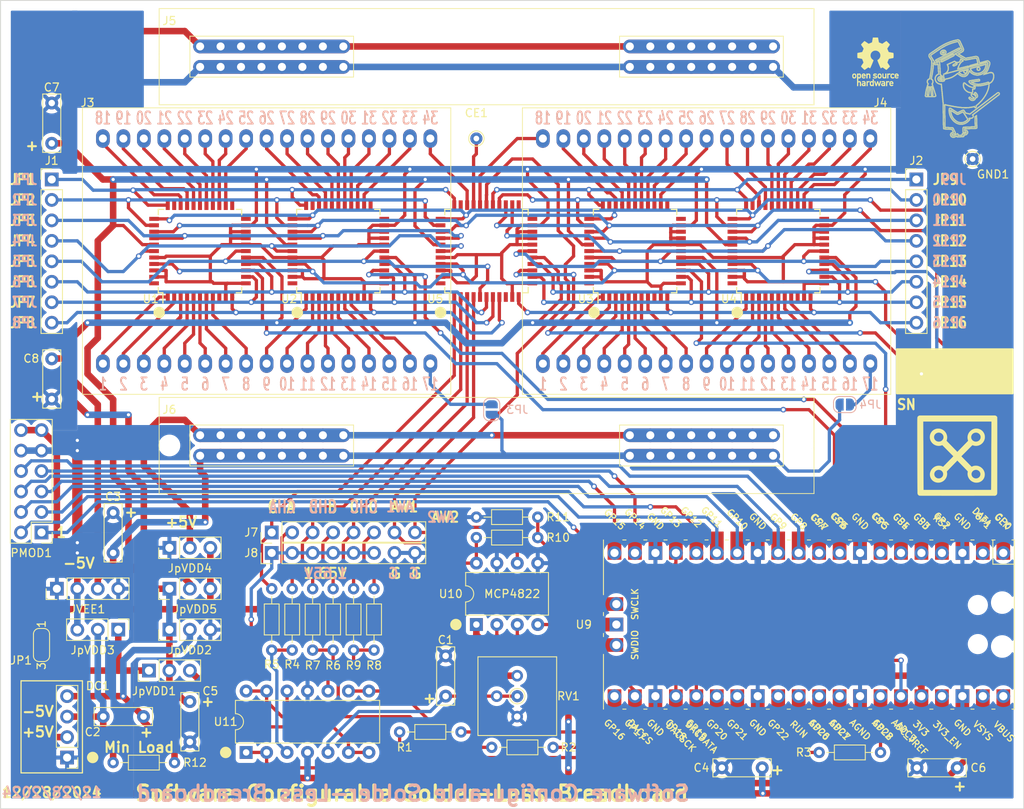
<source format=kicad_pcb>
(kicad_pcb (version 20221018) (generator pcbnew)
  (layers (0 "F.Cu" signal) (31 "B.Cu" signal) (34 "B.Paste" user) (35 "F.Paste" user) (36 "B.SilkS" user "B.Silkscreen") (37 "F.SilkS" user "F.Silkscreen") (38 "B.Mask" user) (39 "F.Mask" user) (44 "Edge.Cuts" user))
  (net 0 "")
  (net 1 "JP1")
  (net 2 "JP2")
  (net 3 "JP3")
  (net 4 "JP4")
  (net 5 "JP5")
  (net 6 "JP6")
  (net 7 "JP7")
  (net 8 "JP8")
  (net 9 "JP9")
  (net 10 "JP10")
  (net 11 "JP11")
  (net 12 "JP12")
  (net 13 "JP13")
  (net 14 "JP14")
  (net 15 "JP15")
  (net 16 "JP16")
  (net 17 "CA13")
  (net 18 "CA5")
  (net 19 "CA3")
  (net 20 "CA1")
  (net 21 "CA14")
  (net 22 "CA6")
  (net 23 "CA8")
  (net 24 "CA10")
  (net 25 "CB13")
  (net 26 "CB5")
  (net 27 "CB3")
  (net 28 "CB1")
  (net 29 "CB14")
  (net 30 "CB6")
  (net 31 "CB8")
  (net 32 "CB10")
  (net 33 "CA12")
  (net 34 "CA4")
  (net 35 "CA2")
  (net 36 "CA0")
  (net 37 "CA15")
  (net 38 "CA7")
  (net 39 "CA9")
  (net 40 "CA11")
  (net 41 "Net-(J3-Pin_17)")
  (net 42 "CB12")
  (net 43 "CB4")
  (net 44 "CB2")
  (net 45 "CB0")
  (net 46 "CB15")
  (net 47 "CB7")
  (net 48 "CB9")
  (net 49 "CB11")
  (net 50 "CC13")
  (net 51 "CC5")
  (net 52 "CC3")
  (net 53 "CC1")
  (net 54 "CC14")
  (net 55 "CC6")
  (net 56 "CC8")
  (net 57 "CC10")
  (net 58 "CD13")
  (net 59 "CD5")
  (net 60 "CD3")
  (net 61 "CD1")
  (net 62 "CD14")
  (net 63 "CD6")
  (net 64 "CD8")
  (net 65 "CD10")
  (net 66 "CE0")
  (net 67 "CC12")
  (net 68 "CC4")
  (net 69 "GND")
  (net 70 "CC2")
  (net 71 "VEE")
  (net 72 "VDD")
  (net 73 "RST")
  (net 74 "CC0")
  (net 75 "CC15")
  (net 76 "CC7")
  (net 77 "CC9")
  (net 78 "CC11")
  (net 79 "Net-(J4-Pin_17)")
  (net 80 "CD12")
  (net 81 "CSA")
  (net 82 "CSB")
  (net 83 "CSC")
  (net 84 "CSD")
  (net 85 "CSE")
  (net 86 "CD4")
  (net 92 "ADC3")
  (net 97 "CLK")
  (net 98 "DATA")
  (net 99 "CD2")
  (net 100 "CD0")
  (net 101 "CD15")
  (net 102 "VSYS")
  (net 103 "DACCS")
  (net 104 "DACSCK")
  (net 105 "DACDATA")
  (net 106 "DAC2OUT")
  (net 107 "DAC1OUT")
  (net 108 "ADC0")
  (net 109 "ADC1")
  (net 110 "ADC2")
  (net 111 "AinL")
  (net 112 "BinL")
  (net 113 "CinL")
  (net 114 "V165")
  (net 115 "V3P3")
  (net 116 "AinH")
  (net 117 "BinH")
  (net 118 "CinH")
  (net 119 "Net-(U11A-+)")
  (net 120 "Net-(U11B-+)")
  (net 121 "Net-(U11C-+)")
  (net 122 "Net-(U11A--)")
  (net 123 "Net-(U11C--)")
  (net 124 "Net-(U11D--)")
  (net 125 "Net-(U11D-+)")
  (net 126 "VBUS")
  (net 127 "VEE1")
  (net 128 "VDD1")
  (net 129 "Net-(DC1-Pin_4)")
  (net 130 "Net-(DC1-Pin_3)")
  (net 131 "CD7")
  (net 132 "CD9")
  (net 133 "CD11")
  (net 134 "Net-(JP1-C)")
  (net 135 "CS")
  (net 136 "MOSI")
  (net 137 "MISO")
  (net 138 "CE2")
  (net 139 "VCC")
  (net 140 "CE1")
  (net 141 "SCK")
  (net 142 "GPIO8")
  (net 143 "GPIO9")
  (net 144 "GPIO10")
  (net 145 "GPIO11")
  (footprint "Capacitor_THT:C_Rect_L7.0mm_W2.0mm_P5.00mm" (layer "F.Cu") (at 93.305 134.61 180)
    (fp_text reference "C2")
    (fp_text value "0.22u")
  )
  (footprint "Connector_PinHeader_2.54mm:PinHeader_1x04_P2.54mm_Vertical" (layer "F.Cu") (at 82.55 118.745 90)
    (fp_text reference "JVEE1")
    (fp_text value "Conn_01x04_Pin" hide)
  )
  (footprint "Capacitor_THT:C_Rect_L7.0mm_W2.0mm_P5.00mm" (layer "F.Cu") (at 99.06 132.755 -90)
    (fp_text reference "C5")
    (fp_text value "0.22u")
  )
  (footprint "Capacitor_THT:C_Rect_L7.0mm_W2.0mm_P5.00mm" (layer "F.Cu") (at 89.535 114.3 90)
    (fp_text reference "C3")
    (fp_text value "0.22u")
  )
  (footprint "Resistor_THT:R_Axial_DIN0204_L3.6mm_D1.6mm_P7.62mm_Horizontal" (layer "F.Cu") (at 119.38 126.365 90)
    (fp_text reference "R9")
    (fp_text value "680k")
  )
  (footprint "MountingHole:MountingHole_2.2mm_M2_ISO7380" (layer "F.Cu") (at 96.52 100.965)
    (fp_text reference "REF**" hide)
    (fp_text value "MountingHole_2.2mm_M2_ISO7380" hide)
  )
  (footprint "MountingHole:MountingHole_2.2mm_M2_ISO7380" (layer "F.Cu") (at 175.26 100.965)
    (fp_text reference "REF**" hide)
    (fp_text value "MountingHole_2.2mm_M2_ISO7380" hide)
  )
  (footprint "TestPoint:TestPoint_THTPad_D1.5mm_Drill0.7mm" (layer "F.Cu") (at 139.7 132.08 -90)
    (fp_text reference "TP6" hide)
    (fp_text value "TestPoint" hide)
  )
  (footprint "Capacitor_THT:C_Rect_L7.0mm_W2.0mm_P5.00mm" (layer "F.Cu") (at 81.915 95.21 90)
    (fp_text reference "C8")
    (fp_text value "0.22u")
  )
  (footprint "Resistor_THT:R_Axial_DIN0204_L3.6mm_D1.6mm_P7.62mm_Horizontal" (layer "F.Cu") (at 89.535 140.325)
    (fp_text reference "R12")
    (fp_text value "510")
  )
  (footprint "Package_DIP:DIP-8_W7.62mm" (layer "F.Cu") (at 134.62 123.19 90)
    (fp_text reference "U10")
    (fp_text value "MCP4822")
  )
  (footprint "Connector_PinHeader_2.54mm:PinHeader_1x03_P2.54mm_Vertical" (layer "F.Cu") (at 96.52 123.825 90)
    (fp_text reference "JpVDD2")
    (fp_text value "Conn_01x03_Pin" hide)
  )
  (footprint "JumperlessFootprints:LQFP44_Tight" (layer "F.Cu") (at 153.9192 76.4286 90)
    (fp_text reference "U3" hide)
    (fp_text value "~" hide)
  )
  (footprint "Connector_PinHeader_2.54mm:PinHeader_1x08_P2.54mm_Vertical" (layer "F.Cu") (at 81.915 67.945)
    (fp_text reference "J1")
    (fp_text value "Conn_01x08_Pin" hide)
  )
  (footprint "Connector_PinHeader_2.54mm:PinHeader_1x08_P2.54mm_Vertical" (layer "F.Cu") (at 189.23 67.945)
    (fp_text reference "J2")
    (fp_text value "Conn_01x08_Pin" hide)
  )
  (footprint "Library:Solderless_mini_th_pogo_2x17_P2.54mm" (layer "F.Cu") (at 142.875 80.645 90)
    (fp_text reference "J4")
    (fp_text value "Solderless_mini_2Rows-17Pins" hide)
  )
  (footprint "Connector_PinHeader_2.54mm:PinHeader_1x04_P2.54mm_Vertical" (layer "F.Cu") (at 83.82 139.7 180)
    (fp_text reference "DC1")
    (fp_text value "CME0505S3C" hide)
  )
  (footprint "Resistor_THT:R_Axial_DIN0204_L3.6mm_D1.6mm_P7.62mm_Horizontal" (layer "F.Cu") (at 132.715 136.525 180)
    (fp_text reference "R1")
    (fp_text value "220")
  )
  (footprint "Capacitor_THT:C_Rect_L7.0mm_W2.0mm_P5.00mm" (layer "F.Cu") (at 130.81 132.08 90)
    (fp_text reference "C1")
    (fp_text value "0.22u")
  )
  (footprint "Resistor_THT:R_Axial_DIN0204_L3.6mm_D1.6mm_P7.62mm_Horizontal" (layer "F.Cu") (at 121.92 126.365 90)
    (fp_text reference "R8")
    (fp_text value "330k")
  )
  (footprint "Library:Solderless_power_2x4_P2.54mm" (layer "F.Cu") (at 100.33 55.245 90)
    (fp_text reference "J5")
    (fp_text value "Solderless_power-4Pins" hide)
  )
  (footprint "Library:Solderless_power_2x4_P2.54mm" (layer "F.Cu") (at 100.33 103.505 90)
    (fp_text reference "J6")
    (fp_text value "Solderless_power-4Pins" hide)
  )
  (footprint "Resistor_THT:R_Axial_DIN0204_L3.6mm_D1.6mm_P7.62mm_Horizontal" (layer "F.Cu") (at 116.84 126.365 90)
    (fp_text reference "R6")
    (fp_text value "330k")
  )
  (footprint "Resistor_THT:R_Axial_DIN0204_L3.6mm_D1.6mm_P7.62mm_Horizontal" (layer "F.Cu") (at 111.76 126.365 90)
    (fp_text reference "R4")
    (fp_text value "330k")
  )
  (footprint "Connector_PinHeader_2.54mm:PinHeader_1x03_P2.54mm_Vertical" (layer "F.Cu") (at 93.98 128.905 90)
    (fp_text reference "JpVDD1")
    (fp_text value "Conn_01x03_Pin" hide)
  )
  (footprint "Connector_PinHeader_2.54mm:PinHeader_1x08_P2.54mm_Vertical" (layer "F.Cu") (at 109.22 114.3 90)
    (fp_text reference "J8")
    (fp_text value "Conn_01x08_Pin" hide)
  )
  (footprint "Connector_PinHeader_2.54mm:PinHeader_1x03_P2.54mm_Vertical" (layer "F.Cu") (at 96.52 118.745 90)
    (fp_text reference "JpVDD5")
    (fp_text value "Conn_01x03_Pin" hide)
  )
  (footprint "Jumper:SolderJumper-3_P1.3mm_Open_RoundedPad1.0x1.5mm_NumberLabels" (layer "F.Cu") (at 80.645 125.73 -90)
    (fp_text reference "JP1")
    (fp_text value "SolderJumper_3_Open" hide)
  )
  (footprint "Library:Proffessor" (layer "F.Cu") (at 194.6841 64.77505)
    (fp_text reference "")
    (fp_text value "Proffessor" hide)
  )
  (footprint "Library:OSHW-Logo_5.7x6mm_SilkScreen" (layer "F.Cu") (at 184.15 53.34)
    (fp_text reference "REF**" hide)
    (fp_text value "OSHW-Logo_5.7x6mm_SilkScreen" hide)
  )
  (footprint "Library:Solderless_mini_th_pogo_2x17_P2.54mm" (layer "F.Cu") (at 88.265 80.645 90)
    (fp_text reference "J3")
    (fp_text value "Solderless_mini_2Rows-17Pins" hide)
  )
  (footprint "JumperlessFootprints:LQFP44_Tight" (layer "F.Cu") (at 99.9142 76.4286 90)
    (fp_text reference "U1" hide)
    (fp_text value "~" hide)
  )
  (footprint "Resistor_THT:R_Axial_DIN0204_L3.6mm_D1.6mm_P7.62mm_Horizontal" (layer "F.Cu") (at 144.145 138.43 180)
    (fp_text reference "R2")
    (fp_text value "220")
  )
  (footprint "Connector_PinHeader_2.54mm:PinHeader_1x08_P2.54mm_Vertical" (layer "F.Cu") (at 109.22 111.76 90)
    (fp_text reference "J7")
    (fp_text value "Conn_01x08_Pin" hide)
  )
  (footprint "Capacitor_THT:C_Rect_L7.0mm_W2.0mm_P5.00mm" (layer "F.Cu") (at 194.31 140.97 180)
    (fp_text reference "C6")
    (fp_text value "0.22u")
  )
  (footprint "TestPoint:TestPoint_THTPad_D1.5mm_Drill0.7mm" (layer "F.Cu") (at 134.62 62.865)
    (fp_text reference "CE1")
    (fp_text value "TestPoint" hide)
  )
  (footprint "MountingHole:MountingHole_2.2mm_M2_ISO7380" (layer "F.Cu") (at 175.26 52.705)
    (fp_text reference "REF**" hide)
    (fp_text value "MountingHole_2.2mm_M2_ISO7380" hide)
  )
  (footprint "Package_DIP:DIP-14_W7.62mm" (layer "F.Cu") (at 106.045 139.065 90)
    (fp_text reference "U11")
    (fp_text value "MCP6004" hide)
  )
  (footprint "Resistor_THT:R_Axial_DIN0204_L3.6mm_D1.6mm_P7.62mm_Horizontal" (layer "F.Cu") (at 184.785 139.065 180)
    (fp_text reference "R3")
    (fp_text value "220")
  )
  (footprint "JumperlessFootprints:LQFP44_Tight" (layer "F.Cu") (at 117.0892 76.4286 90)
    (fp_text reference "U2" hide)
    (fp_text value "~" hide)
  )
  (footprint "Library:xlab-logo3" (layer "F.Cu") (at 194.31 102.235)
    (fp_text reference "G***" hide)
    (fp_text value "LOGO" hide)
  )
  (footprint "Library:PMOD_Header_2x06_P2.54mm" (layer "F.Cu") (at 80.645 111.76 180)
    (fp_text reference "PMOD1")
    (fp_text value "Conn_02x06_Top_Bottom" hide)
  )
  (footprint "Resistor_THT:R_Axial_DIN0204_L3.6mm_D1.6mm_P7.62mm_Horizontal" (layer "F.Cu") (at 142.24 109.855 180)
    (fp_text reference "R11")
    (fp_text value "4.7k")
  )
  (footprint "Connector_PinHeader_2.54mm:PinHeader_1x03_P2.54mm_Vertical" (layer "F.Cu") (at 96.52 113.665 90)
    (fp_text reference "JpVDD4")
    (fp_text value "Conn_01x03_Pin" hide)
  )
  (footprint "MCU_RaspberryPi_and_Boards:RPi_Pico_SMD_TH" (layer "F.Cu") (at 175.895 123.19 -90)
    (fp_text reference "U9")
    (fp_text value "Pico")
  )
  (footprint "MountingHole:MountingHole_2.2mm_M2_ISO7380" (layer "F.Cu") (at 96.52 52.705)
    (fp_text reference "REF**" hide)
    (fp_text value "MountingHole_2.2mm_M2_ISO7380" hide)
  )
  (footprint "Capacitor_THT:C_Rect_L7.0mm_W2.0mm_P5.00mm" (layer "F.Cu") (at 170.1 140.97 180)
    (fp_text reference "C4")
    (fp_text value "0.22u")
  )
  (footprint "JumperlessFootprints:LQFP44_Tight" (layer "F.Cu") (at 171.6992 76.4286 90)
    (fp_text reference "U4" hide)
    (fp_text value "~" hide)
  )
  (footprint "Resistor_THT:R_Axial_DIN0204_L3.6mm_D1.6mm_P7.62mm_Horizontal" (layer "F.Cu") (at 114.3 126.365 90)
    (fp_text reference "R7")
    (fp_text value "680k")
  )
  (footprint "JumperlessFootprints:LQFP44_Tight" (layer "F.Cu") (at 135.4742 76.4286 90)
    (fp_text reference "U5" hide)
    (fp_text value "~" hide)
  )
  (footprint "Capacitor_THT:C_Rect_L7.0mm_W2.0mm_P5.00mm" (layer "F.Cu") (at 81.915 63.46 90)
    (fp_text reference "C7")
    (fp_text value "0.22u")
  )
  (footprint "Resistor_THT:R_Axial_DIN0204_L3.6mm_D1.6mm_P7.62mm_Horizontal" (layer "F.Cu") (at 109.22 126.365 90)
    (fp_text reference "R5")
    (fp_text value "680k")
  )
  (footprint "TestPoint:TestPoint_THTPad_D1.5mm_Drill0.7mm" (layer "F.Cu") (at 196.215 65.405)
    (fp_text reference "GND1")
    (fp_text value "TestPoint" hide)
  )
  (footprint "Potentiometer_THT:Potentiometer_Bourns_3386P_Vertical" (layer "F.Cu") (at 139.685 129.54 180)
    (fp_text reference "RV1")
    (fp_text value "10k")
  )
  (footprint "Resistor_THT:R_Axial_DIN0204_L3.6mm_D1.6mm_P7.62mm_Horizontal" (layer "F.Cu") (at 142.24 112.395 180)
    (fp_text reference "R10")
    (fp_text value "1.2k")
  )
  (footprint "Connector_PinHeader_2.54mm:PinHeader_1x03_P2.54mm_Vertical" (layer "F.Cu") (at 90.17 123.825 -90)
    (fp_text reference "JpVDD3")
    (fp_text value "Conn_01x03_Pin" hide)
  )
  (footprint "Jumper:SolderJumper-2_P1.3mm_Open_RoundedPad1.0x1.5mm" (layer "B.Cu") (at 136.525 96.505 -90)
    (fp_text reference "JP3")
    (fp_text value "SolderJumper_2_Open" hide)
  )
  (footprint "Jumper:SolderJumper-2_P1.3mm_Open_RoundedPad1.0x1.5mm" (layer "B.Cu") (at 180.355 95.885 180)
    (fp_text reference "JP4")
    (fp_text value "SolderJumper_2_Open" hide)
  )
  (gr_line (start 78.105 130.175) (end 85.725 130.175) (stroke (width 0.15)) (layer "F.SilkS"))
  (gr_circle (center 130.175 84.455) (end 130.175 85.09) (stroke (width 0.15)) (fill solid) (layer "F.SilkS"))
  (gr_circle (center 167.005 84.455) (end 167.005 85.09) (stroke (width 0.15)) (fill solid) (layer "F.SilkS"))
  (gr_circle (center 86.995 139.69) (end 86.36 139.69) (stroke (width 0.15)) (fill solid) (layer "F.SilkS"))
  (gr_circle (center 103.505 139.065) (end 103.505 139.7) (stroke (width 0.15)) (fill solid) (layer "F.SilkS"))
  (gr_line (start 85.725 130.175) (end 85.725 141.605) (stroke (width 0.15)) (layer "F.SilkS"))
  (gr_circle (center 112.395 84.455) (end 112.395 85.09) (stroke (width 0.15)) (fill solid) (layer "F.SilkS"))
  (gr_circle (center 149.225 84.455) (end 149.225 85.09) (stroke (width 0.15)) (fill solid) (layer "F.SilkS"))
  (gr_circle (center 95.25 84.455) (end 95.25 85.09) (stroke (width 0.15)) (fill solid) (layer "F.SilkS"))
  (gr_line (start 78.105 141.605) (end 78.105 130.175) (stroke (width 0.15)) (layer "F.SilkS"))
  (gr_circle (center 132.08 123.19) (end 132.715 123.19) (stroke (width 0.15)) (fill solid) (layer "F.SilkS"))
  (gr_line (start 85.725 141.605) (end 78.105 141.605) (stroke (width 0.15)) (layer "F.SilkS"))
  (gr_rect (start 75.565 45.72) (end 202.565 146.05) (stroke (width 0.1)) (fill none) (layer "Edge.Cuts"))
  (gr_text "JP9" (at 195.58 67.945) (layer "B.SilkS") (effects (font (size 1.27 1.143) (thickness 0.254) bold) (justify left mirror)))
  (gr_text "JP14" (at 195.58 80.645) (layer "B.SilkS") (effects (font (size 1.27 1.143) (thickness 0.254) bold) (justify left mirror)))
  (gr_text "JP3" (at 76.835 73.025) (layer "B.SilkS") (effects (font (size 1.27 1.143) (thickness 0.254) bold) (justify right mirror)))
  (gr_text "JP10" (at 195.58 70.485) (layer "B.SilkS") (effects (font (size 1.27 1.143) (thickness 0.254) bold) (justify left mirror)))
  (gr_text "JP11" (at 195.58 73.025) (layer "B.SilkS") (effects (font (size 1.27 1.143) (thickness 0.254) bold) (justify left mirror)))
  (gr_text "JP16" (at 195.58 85.725) (layer "B.SilkS") (effects (font (size 1.27 1.143) (thickness 0.254) bold) (justify left mirror)))
  (gr_text "JP8" (at 76.835 85.725) (layer "B.SilkS") (effects (font (size 1.27 1.143) (thickness 0.254) bold) (justify right mirror)))
  (gr_text "JP1" (at 76.835 67.945) (layer "B.SilkS") (effects (font (size 1.27 1.143) (thickness 0.254) bold) (justify right mirror)))
  (gr_text "CHB" (at 117.475 108.585) (layer "B.SilkS") (effects (font (size 1.524 1.143) (thickness 0.254) bold) (justify left mirror)))
  (gr_text "Software Configurable Solder-Less Breadboard" (at 161.29 144.145) (layer "B.SilkS") (effects (font (size 1.905 1.905) (thickness 0.381) bold) (justify left mirror)))
  (gr_text "G" (at 127.635 116.84) (layer "B.SilkS") (effects (font (size 1.27 1.27) (thickness 0.254) bold) (justify left mirror)))
  (gr_text "AW2" (at 132.08 109.855) (layer "B.SilkS") (effects (font (size 1.27 1.143) (thickness 0.254) bold) (justify left mirror)))
  (gr_text "G" (at 125.095 116.84) (layer "B.SilkS") (effects (font (size 1.27 1.27) (thickness 0.254) bold) (justify left mirror)))
  (gr_text "JP15" (at 195.58 83.185) (layer "B.SilkS") (effects (font (size 1.27 1.143) (thickness 0.254) bold) (justify left mirror)))
  (gr_text "CHA" (at 112.395 108.585) (layer "B.SilkS") (effects (font (size 1.524 1.143) (thickness 0.254) bold) (justify left mirror)))
  (gr_text "JP4" (at 76.835 75.565) (layer "B.SilkS") (effects (font (size 1.27 1.143) (thickness 0.254) bold) (justify right mirror)))
  (gr_text "1.65V" (at 118.745 116.84) (layer "B.SilkS") (effects (font (size 1.27 1.27) (thickness 0.254) bold) (justify left mirror)))
  (gr_text "AW1" (at 127 108.585) (layer "B.SilkS") (effects (font (size 1.27 1.143) (thickness 0.254) bold) (justify left mirror)))
  (gr_text "JP2" (at 76.835 70.485) (layer "B.SilkS") (effects (font (size 1.27 1.143) (thickness 0.254) bold) (justify right mirror)))
  (gr_text "JP7" (at 76.835 83.185) (layer "B.SilkS") (effects (font (size 1.27 1.143) (thickness 0.254) bold) (justify right mirror)))
  (gr_text "12/28/2024" (at 81.915 144.78) (layer "B.SilkS") (effects (font (size 1.27 1.27) (thickness 0.254) bold) (justify bottom mirror)))
  (gr_text "JP5" (at 76.835 78.105) (layer "B.SilkS") (effects (font (size 1.27 1.143) (thickness 0.254) bold) (justify right mirror)))
  (gr_text "JP12" (at 195.58 75.565) (layer "B.SilkS") (effects (font (size 1.27 1.143) (thickness 0.254) bold) (justify left mirror)))
  (gr_text "JP6" (at 76.835 80.645) (layer "B.SilkS") (effects (font (size 1.27 1.143) (thickness 0.254) bold) (justify right mirror)))
  (gr_text "CHC" (at 122.555 108.585) (layer "B.SilkS") (effects (font (size 1.524 1.143) (thickness 0.254) bold) (justify left mirror)))
  (gr_text "JP13" (at 195.58 78.105) (layer "B.SilkS") (effects (font (size 1.27 1.143) (thickness 0.254) bold) (justify left mirror)))
  (gr_text "+" (at 195.58 144.145 180) (layer "F.SilkS") (effects (font (size 1.27 1.27) (thickness 0.254) bold) (justify left top)))
  (gr_text "AW1" (at 123.825 108.585) (layer "F.SilkS") (effects (font (size 1.27 1.143) (thickness 0.254) bold) (justify left)))
  (gr_text "JP9" (at 191.135 67.945) (layer "F.SilkS") (effects (font (size 1.27 1.143) (thickness 0.254) bold) (justify left)))
  (gr_text "JP10" (at 191.135 70.485) (layer "F.SilkS") (effects (font (size 1.27 1.143) (thickness 0.254) bold) (justify left)))
  (gr_text "JP3" (at 80.01 73.025) (layer "F.SilkS") (effects (font (size 1.27 1.143) (thickness 0.254) bold) (justify right)))
  (gr_text "Min Load" (at 88.265 138.43) (layer "F.SilkS") (effects (font (size 1.27 1.27) (thickness 0.254) bold) (justify left)))
  (gr_text "CHB" (at 113.665 108.585) (layer "F.SilkS") (effects (font (size 1.524 1.143) (thickness 0.254) bold) (justify left)))
  (gr_text "G" (at 123.825 116.84) (layer "F.SilkS") (effects (font (size 1.27 1.27) (thickness 0.254) bold) (justify left)))
  (gr_text "JP4" (at 80.01 75.565) (layer "F.SilkS") (effects (font (size 1.27 1.143) (thickness 0.254) bold) (justify right)))
  (gr_text "JP11" (at 191.135 73.025) (layer "F.SilkS") (effects (font (size 1.27 1.143) (thickness 0.254) bold) (justify left)))
  (gr_text "JP15" (at 191.135 83.185) (layer "F.SilkS") (effects (font (size 1.27 1.143) (thickness 0.254) bold) (justify left)))
  (gr_text "JP7" (at 80.01 83.185) (layer "F.SilkS") (effects (font (size 1.27 1.143) (thickness 0.254) bold) (justify right)))
  (gr_text "+" (at 79.375 64.77 90) (layer "F.SilkS") (effects (font (size 1.27 1.27) (thickness 0.254) bold) (justify left)))
  (gr_text "CHA" (at 108.585 108.585) (layer "F.SilkS") (effects (font (size 1.524 1.143) (thickness 0.254) bold) (justify left)))
  (gr_text "+5V" (at 95.885 110.49) (layer "F.SilkS") (effects (font (size 1.27 1.27) (thickness 0.254) bold) (justify left)))
  (gr_text "+" (at 90.805 109.22) (layer "F.SilkS") (effects (font (size 1.27 1.27) (thickness 0.254) bold) (justify left)))
  (gr_text "Software Configurable Solder-Less Breadboard" (at 92.075 144.145) (layer "F.SilkS") (effects (font (size 1.905 1.905) (thickness 0.381) bold) (justify left)))
  (gr_text "JP8" (at 80.01 85.725) (layer "F.SilkS") (effects (font (size 1.27 1.143) (thickness 0.254) bold) (justify right)))
  (gr_text "SN" (at 186.69 95.885) (layer "F.SilkS") (effects (font (size 1.27 1.143) (thickness 0.254) bold) (justify left)))
  (gr_text "JP13" (at 191.135 78.105) (layer "F.SilkS") (effects (font (size 1.27 1.143) (thickness 0.254) bold) (justify left)))
  (gr_text "JP16" (at 191.135 85.725) (layer "F.SilkS") (effects (font (size 1.27 1.143) (thickness 0.254) bold) (justify left)))
  (gr_text "1.65V" (at 113.03 116.84) (layer "F.SilkS") (effects (font (size 1.27 1.27) (thickness 0.254) bold) (justify left)))
  (gr_text "12/28/2024" (at 81.915 144.78) (layer "F.SilkS") (effects (font (size 1.27 1.27) (thickness 0.254) bold) (justify bottom)))
  (gr_text "JP12" (at 191.135 75.565) (layer "F.SilkS") (effects (font (size 1.27 1.143) (thickness 0.254) bold) (justify left)))
  (gr_text "JP5" (at 80.01 78.105) (layer "F.SilkS") (effects (font (size 1.27 1.143) (thickness 0.254) bold) (justify right)))
  (gr_text "-5V" (at 83.185 115.57) (layer "F.SilkS") (effects (font (size 1.27 1.27) (thickness 0.254) bold) (justify left)))
  (gr_text "JP2" (at 80.01 70.485) (layer "F.SilkS") (effects (font (size 1.27 1.143) (thickness 0.254) bold) (justify right)))
  (gr_text "AW2" (at 128.905 109.855) (layer "F.SilkS") (effects (font (size 1.27 1.143) (thickness 0.254) bold) (justify left)))
  (gr_text "+" (at 172.085 140.335 -90) (layer "F.SilkS") (effects (font (size 1.27 1.27) (thickness 0.254) bold) (justify left)))
  (gr_text "+" (at 128.905 131.445 -90) (layer "F.SilkS") (effects (font (size 1.27 1.27) (thickness 0.254) bold) (justify left)))
  (gr_text "JP14" (at 191.135 80.645) (layer "F.SilkS") (effects (font (size 1.27 1.143) (thickness 0.254) bold) (justify left)))
  (gr_text "CHC" (at 118.745 108.585) (layer "F.SilkS") (effects (font (size 1.524 1.143) (thickness 0.254) bold) (justify left)))
  (gr_text "+5V" (at 78.105 136.515) (layer "F.SilkS") (effects (font (size 1.27 1.27) (thickness 0.254) bold) (justify left)))
  (gr_text "JP6" (at 80.01 80.645) (layer "F.SilkS") (effects (font (size 1.27 1.143) (thickness 0.254) bold) (justify right)))
  (gr_text "+" (at 80.01 95.885 90) (layer "F.SilkS") (effects (font (size 1.27 1.27) (thickness 0.254) bold) (justify left)))
  (gr_text "JP1" (at 80.01 67.945) (layer "F.SilkS") (effects (font (size 1.27 1.143) (thickness 0.254) bold) (justify right)))
  (gr_text "+" (at 92.71 136.525) (layer "F.SilkS") (effects (font (size 1.27 1.27) (thickness 0.254) bold) (justify left)))
  (gr_text "-5V" (at 78.105 133.975) (layer "F.SilkS") (effects (font (size 1.27 1.27) (thickness 0.254) bold) (justify left)))
  (gr_text "+" (at 100.33 132.715) (layer "F.SilkS") (effects (font (size 1.27 1.27) (thickness 0.254) bold) (justify left)))
  (gr_text "G" (at 126.365 116.84) (layer "F.SilkS") (effects (font (size 1.27 1.27) (thickness 0.254) bold) (justify left)))
  (gr_text "1" (at 83.82 111.76) (layer "F.SilkS") (effects (font (size 1.27 1.143) (thickness 0.254) bold) (justify right)))
  (segment (start 111.76 70.1675) (end 112.7275 71.135) (width 0.4064) (layer "F.Cu") (net 1))
  (segment (start 111.76 69.215) (end 111.76 70.1675) (width 0.4064) (layer "F.Cu") (net 1))
  (segment (start 112.7275 71.135) (end 113.49 71.135) (width 0.4064) (layer "F.Cu") (net 1))
  (segment (start 92.0115 69.2785) (end 93.868 71.135) (width 0.4064) (layer "F.Cu") (net 1))
  (segment (start 131.875 70.28) (end 131.875 71.135) (width 0.4064) (layer "F.Cu") (net 1))
  (segment (start 130.81 69.215) (end 131.875 70.28) (width 0.4064) (layer "F.Cu") (net 1))
  (segment (start 93.868 71.135) (end 96.315 71.135) (width 0.4064) (layer "F.Cu") (net 1))
  (via (at 130.81 69.215) (size 0.700001) (drill 0.399999) (layers "F.Cu" "B.Cu") (net 1))
  (via (at 111.76 69.215) (size 0.700001) (drill 0.399999) (layers "F.Cu" "B.Cu") (net 1))
  (via (at 92.0115 69.2785) (size 0.700001) (drill 0.399999) (layers "F.Cu" "B.Cu") (net 1))
  (segment (start 85.725 67.945) (end 81.93 67.945) (width 0.4064) (layer "B.Cu") (net 1))
  (segment (start 81.915 67.96) (end 81.661 67.96) (width 0.4064) (layer "B.Cu") (net 1))
  (segment (start 87.0585 69.2785) (end 85.725 67.945) (width 0.4064) (layer "B.Cu") (net 1))
  (segment (start 92.075 69.215) (end 92.0115 69.2785) (width 0.4064) (layer "B.Cu") (net 1))
  (segment (start 81.93 67.945) (end 81.915 67.96) (width 0.4064) (layer "B.Cu") (net 1))
  (segment (start 130.81 69.215) (end 92.075 69.215) (width 0.4064) (layer "B.Cu") (net 1))
  (segment (start 92.0115 69.2785) (end 87.0585 69.2785) (width 0.4064) (layer "B.Cu") (net 1))
  (segment (start 128.27 72.5864) (end 129.3186 73.635) (width 0.4064) (layer "F.Cu") (net 2))
  (segment (start 93.6086 73.635) (end 94.615 73.635) (width 0.4064) (layer "F.Cu") (net 2))
  (segment (start 111.79 73.635) (end 110.7836 73.635) (width 0.4064) (layer "F.Cu") (net 2))
  (segment (start 91.44 70.485) (end 91.44 71.4664) (width 0.4064) (layer "F.Cu") (net 2))
  (segment (start 109.855 72.7064) (end 109.855 70.485) (width 0.4064) (layer "F.Cu") (net 2))
  (segment (start 128.27 70.612) (end 128.27 72.5864) (width 0.4064) (layer "F.Cu") (net 2))
  (segment (start 91.44 71.4664) (end 93.6086 73.635) (width 0.4064) (layer "F.Cu") (net 2))
  (segment (start 129.3186 73.635) (end 130.175 73.635) (width 0.4064) (layer "F.Cu") (net 2))
  (segment (start 110.7836 73.635) (end 109.855 72.7064) (width 0.4064) (layer "F.Cu") (net 2))
  (via (at 109.855 70.485) (size 0.700001) (drill 0.399999) (layers "F.Cu" "B.Cu") (net 2))
  (via (at 91.44 70.485) (size 0.700001) (drill 0.399999) (layers "F.Cu" "B.Cu") (net 2))
  (via (at 128.27 70.612) (size 0.700001) (drill 0.399999) (layers "F.Cu" "B.Cu") (net 2))
  (segment (start 81.915 70.5) (end 81.661 70.5) (width 0.4064) (layer "B.Cu") (net 2))
  (segment (start 128.27 70.612) (end 128.143 70.485) (width 0.4064) (layer "B.Cu") (net 2))
  (segment (start 128.143 70.485) (end 81.93 70.485) (width 0.4064) (layer "B.Cu") (net 2))
  (segment (start 81.93 70.485) (end 81.915 70.5) (width 0.4064) (layer "B.Cu") (net 2))
  (segment (start 98.425 74.93) (end 98.12 75.235) (width 0.4064) (layer "F.Cu") (net 3))
  (segment (start 115.57 74.93) (end 115.265 75.235) (width 0.4064) (layer "F.Cu") (net 3))
  (segment (start 132.715 74.93) (end 132.41 75.235) (width 0.4064) (layer "F.Cu") (net 3))
  (segment (start 98.12 75.235) (end 94.615 75.235) (width 0.4064) (layer "F.Cu") (net 3))
  (segment (start 115.265 75.235) (end 111.79 75.235) (width 0.4064) (layer "F.Cu") (net 3))
  (segment (start 132.41 75.235) (end 130.175 75.235) (width 0.4064) (layer "F.Cu") (net 3))
  (via (at 115.57 74.93) (size 0.700001) (drill 0.399999) (layers "F.Cu" "B.Cu") (net 3))
  (via (at 132.715 74.93) (size 0.700001) (drill 0.399999) (layers "F.Cu" "B.Cu") (net 3))
  (via (at 98.425 74.93) (size 0.700001) (drill 0.399999) (layers "F.Cu" "B.Cu") (net 3))
  (segment (start 115.57 74.93) (end 98.425 74.93) (width 0.4064) (layer "B.Cu") (net 3))
  (segment (start 118.11 74.295) (end 131.22242 74.295) (width 0.4064) (layer "B.Cu") (net 3))
  (segment (start 91.44 73.025) (end 81.915 73.025) (width 0.4064) (layer "B.Cu") (net 3))
  (segment (start 115.57 74.93) (end 117.475 74.93) (width 0.4064) (layer "B.Cu") (net 3))
  (segment (start 93.345 74.93) (end 91.44 73.025) (width 0.4064) (layer "B.Cu") (net 3))
  (segment (start 131.85742 74.93) (end 132.715 74.93) (width 0.4064) (layer "B.Cu") (net 3))
  (segment (start 98.425 74.93) (end 93.345 74.93) (width 0.4064) (layer "B.Cu") (net 3))
  (segment (start 131.22242 74.295) (end 131.85742 74.93) (width 0.4064) (layer "B.Cu") (net 3))
  (segment (start 117.475 74.93) (end 118.11 74.295) (width 0.4064) (layer "B.Cu") (net 3))
  (segment (start 130.175 76.835) (end 131.445 76.835) (width 0.4064) (layer "F.Cu") (net 4))
  (segment (start 132.08 76.2) (end 132.715 76.2) (width 0.4064) (layer "F.Cu") (net 4))
  (segment (start 92.71 77.47) (end 93.345 76.835) (width 0.4064) (layer "F.Cu") (net 4))
  (segment (start 131.445 76.835) (end 132.08 76.2) (width 0.4064) (layer "F.Cu") (net 4))
  (segment (start 109.855 76.835) (end 109.22 76.2) (width 0.4064) (layer "F.Cu") (net 4))
  (segment (start 111.79 76.835) (end 109.855 76.835) (width 0.4064) (layer "F.Cu") (net 4))
  (segment (start 93.345 76.835) (end 94.615 76.835) (width 0.4064) (layer "F.Cu") (net 4))
  (via (at 92.71 77.47) (size 0.700001) (drill 0.399999) (layers "F.Cu" "B.Cu") (net 4))
  (via (at 132.715 76.2) (size 0.700001) (drill 0.399999) (layers "F.Cu" "B.Cu") (net 4))
  (via (at 109.22 76.2) (size 0.700001) (drill 0.399999) (layers "F.Cu" "B.Cu") (net 4))
  (segment (start 125.095 74.93) (end 128.905 74.93) (width 0.4064) (layer "B.Cu") (net 4))
  (segment (start 92.71 77.47) (end 93.98 76.2) (width 0.4064) (layer "B.Cu") (net 4))
  (segment (start 128.905 74.93) (end 130.175 76.2) (width 0.4064) (layer "B.Cu") (net 4))
  (segment (start 85.09 75.565) (end 88.9 79.375) (width 0.4064) (layer "B.Cu") (net 4))
  (segment (start 130.175 76.2) (end 132.715 76.2) (width 0.4064) (layer "B.Cu") (net 4))
  (segment (start 109.22 76.2) (end 123.825 76.2) (width 0.4064) (layer "B.Cu") (net 4))
  (segment (start 81.915 75.565) (end 85.09 75.565) (width 0.4064) (layer "B.Cu") (net 4))
  (segment (start 90.805 79.375) (end 92.71 77.47) (width 0.4064) (layer "B.Cu") (net 4))
  (segment (start 93.98 76.2) (end 109.22 76.2) (width 0.4064) (layer "B.Cu") (net 4))
  (segment (start 123.825 76.2) (end 125.095 74.93) (width 0.4064) (layer "B.Cu") (net 4))
  (segment (start 88.9 79.375) (end 90.805 79.375) (width 0.4064) (layer "B.Cu") (net 4))
  (segment (start 104.775 76.835) (end 106.015 76.835) (width 0.4064) (layer "F.Cu") (net 5))
  (segment (start 136.017 80.518) (end 135.075 81.46) (width 0.4064) (layer "F.Cu") (net 5))
  (segment (start 136.017 78.74) (end 136.017 80.518) (width 0.4064) (layer "F.Cu") (net 5))
  (segment (start 123.19 76.835) (end 121.92 76.835) (width 0.4064) (layer "F.Cu") (net 5))
  (segment (start 135.075 81.46) (end 135.075 82.535) (width 0.4064) (layer "F.Cu") (net 5))
  (segment (start 121.92 76.835) (end 120.65 78.105) (width 0.4064) (layer "F.Cu") (net 5))
  (segment (start 103.505 78.105) (end 104.775 76.835) (width 0.4064) (layer "F.Cu") (net 5))
  (via (at 120.65 78.105) (size 0.700001) (drill 0.399999) (layers "F.Cu" "B.Cu") (net 5))
  (via (at 136.017 78.74) (size 0.700001) (drill 0.399999) (layers "F.Cu" "B.Cu") (net 5))
  (via (at 103.505 78.105) (size 0.700001) (drill 0.399999) (layers "F.Cu" "B.Cu") (net 5))
  (segment (start 93.98 80.645) (end 88.138 80.645) (width 0.4064) (layer "B.Cu") (net 5))
  (segment (start 123.825 78.105) (end 120.65 78.105) (width 0.4064) (layer "B.Cu") (net 5))
  (segment (start 85.598 78.105) (end 81.915 78.105) (width 0.4064) (layer "B.Cu") (net 5))
  (segment (start 103.505 78.105) (end 120.65 78.105) (width 0.4064) (layer "B.Cu") (net 5))
  (segment (start 124.46 78.74) (end 123.825 78.105) (width 0.4064) (layer "B.Cu") (net 5))
  (segment (start 88.138 80.645) (end 85.598 78.105) (width 0.4064) (layer "B.Cu") (net 5))
  (segment (start 103.505 78.105) (end 96.52 78.105) (width 0.4064) (layer "B.Cu") (net 5))
  (segment (start 136.017 78.74) (end 124.46 78.74) (width 0.4064) (layer "B.Cu") (net 5))
  (segment (start 96.52 78.105) (end 93.98 80.645) (width 0.4064) (layer "B.Cu") (net 5))
  (segment (start 135.875 83.835) (end 135.255 84.455) (width 0.4064) (layer "F.Cu") (net 6))
  (segment (start 135.875 82.535) (end 135.875 83.835) (width 0.4064) (layer "F.Cu") (net 6))
  (segment (start 109.22 80.01) (end 107.645 78.435) (width 0.4064) (layer "F.Cu") (net 6))
  (segment (start 107.645 78.435) (end 106.015 78.435) (width 0.4064) (layer "F.Cu") (net 6))
  (segment (start 125.73 81.915) (end 125.73 80.01) (width 0.4064) (layer "F.Cu") (net 6))
  (segment (start 125.73 80.01) (end 124.155 78.435) (width 0.4064) (layer "F.Cu") (net 6))
  (segment (start 124.155 78.435) (end 123.19 78.435) (width 0.4064) (layer "F.Cu") (net 6))
  (segment (start 109.22 81.915) (end 109.22 80.01) (width 0.4064) (layer "F.Cu") (net 6))
  (via (at 125.73 81.915) (size 0.700001) (drill 0.399999) (layers "F.Cu" "B.Cu") (net 6))
  (via (at 135.255 84.455) (size 0.700001) (drill 0.399999) (layers "F.Cu" "B.Cu") (net 6))
  (via (at 109.22 81.915) (size 0.700001) (drill 0.399999) (layers "F.Cu" "B.Cu") (net 6))
  (segment (start 132.23875 81.915) (end 134.77875 84.455) (width 0.4064) (layer "B.Cu") (net 6))
  (segment (start 125.73 81.915) (end 86.36 81.915) (width 0.4064) (layer "B.Cu") (net 6))
  (segment (start 86.36 81.915) (end 85.09 80.645) (width 0.4064) (layer "B.Cu") (net 6))
  (segment (start 85.09 80.645) (end 81.915 80.645) (width 0.4064) (layer "B.Cu") (net 6))
  (segment (start 134.77875 84.455) (end 135.255 84.455) (width 0.4064) (layer "B.Cu") (net 6))
  (segment (start 125.73 81.915) (end 132.23875 81.915) (width 0.4064) (layer "B.Cu") (net 6))
  (segment (start 106.8714 80.035) (end 106.015 80.035) (width 0.4064) (layer "F.Cu") (net 7))
  (segment (start 107.315 82.55) (end 107.315 80.4786) (width 0.4064) (layer "F.Cu") (net 7))
  (segment (start 136.675 84.94) (end 136.675 82.535) (width 0.4064) (layer "F.Cu") (net 7))
  (segment (start 124.333 83.058) (end 124.333 80.1716) (width 0.4064) (layer "F.Cu") (net 7))
  (segment (start 124.46 83.185) (end 124.333 83.058) (width 0.4064) (layer "F.Cu") (net 7))
  (segment (start 106.68 83.185) (end 107.315 82.55) (width 0.4064) (layer "F.Cu") (net 7))
  (segment (start 124.1964 80.035) (end 123.19 80.035) (width 0.4064) (layer "F.Cu") (net 7))
  (segment (start 124.333 80.1716) (end 124.1964 80.035) (width 0.4064) (layer "F.Cu") (net 7))
  (segment (start 135.89 85.725) (end 136.675 84.94) (width 0.4064) (layer "F.Cu") (net 7))
  (segment (start 107.315 80.4786) (end 106.8714 80.035) (width 0.4064) (layer "F.Cu") (net 7))
  (via (at 135.89 85.725) (size 0.700001) (drill 0.399999) (layers "F.Cu" "B.Cu") (net 7))
  (via (at 106.68 83.185) (size 0.700001) (drill 0.399999) (layers "F.Cu" "B.Cu") (net 7))
  (via (at 124.46 83.185) (size 0.700001) (drill 0.399999) (layers "F.Cu" "B.Cu") (net 7))
  (segment (start 124.46 83.185) (end 81.915 83.185) (width 0.4064) (layer "B.Cu") (net 7))
  (segment (start 124.46 83.185) (end 132.08 83.185) (width 0.4064) (layer "B.Cu") (net 7))
  (segment (start 132.08 83.185) (end 134.62 85.725) (width 0.4064) (layer "B.Cu") (net 7))
  (segment (start 134.62 85.725) (end 135.89 85.725) (width 0.4064) (layer "B.Cu") (net 7))
  (segment (start 104.775 84.455) (end 104.315 83.995) (width 0.4064) (layer "F.Cu") (net 8))
  (segment (start 137.475 85.405) (end 137.475 82.535) (width 0.4064) (layer "F.Cu") (net 8))
  (segment (start 104.3592 82.5792) (end 104.315 82.535) (width 0.4064) (layer "F.Cu") (net 8))
  (segment (start 121.92 84.455) (end 121.49 84.025) (width 0.4064) (layer "F.Cu") (net 8))
  (segment (start 104.315 83.995) (end 104.315 82.535) (width 0.4064) (layer "F.Cu") (net 8))
  (segment (start 137.795 85.725) (end 137.475 85.405) (width 0.4064) (layer "F.Cu") (net 8))
  (segment (start 121.49 84.025) (end 121.49 82.535) (width 0.4064) (layer "F.Cu") (net 8))
  (via (at 121.92 84.455) (size 0.700001) (drill 0.399999) (layers "F.Cu" "B.Cu") (net 8))
  (via (at 137.795 85.725) (size 0.700001) (drill 0.399999) (layers "F.Cu" "B.Cu") (net 8))
  (via (at 104.775 84.455) (size 0.700001) (drill 0.399999) (layers "F.Cu" "B.Cu") (net 8))
  (segment (start 136.525 86.995) (end 133.985 86.995) (width 0.4064) (layer "B.Cu") (net 8))
  (segment (start 137.795 85.725) (end 136.525 86.995) (width 0.4064) (layer "B.Cu") (net 8))
  (segment (start 133.985 86.995) (end 131.445 84.455) (width 0.4064) (layer "B.Cu") (net 8))
  (segment (start 121.92 84.455) (end 85.09 84.455) (width 0.4064) (layer "B.Cu") (net 8))
  (segment (start 85.09 84.455) (end 83.82 85.725) (width 0.4064) (layer "B.Cu") (net 8))
  (segment (start 131.445 84.455) (end 121.92 84.455) (width 0.4064) (layer "B.Cu") (net 8))
  (segment (start 83.82 85.725) (end 81.915 85.725) (width 0.4064) (layer "B.Cu") (net 8))
  (segment (start 148.59 69.215) (end 148.59 69.85) (width 0.4064) (layer "F.Cu") (net 9))
  (segment (start 148.59 69.85) (end 149.875 71.135) (width 0.4064) (layer "F.Cu") (net 9))
  (segment (start 137.16 69.215) (end 136.675 69.7) (width 0.4064) (layer "F.Cu") (net 9))
  (segment (start 168.1 70.31) (end 168.1 71.135) (width 0.4064) (layer "F.Cu") (net 9))
  (segment (start 136.675 69.7) (end 136.675 71.135) (width 0.4064) (layer "F.Cu") (net 9))
  (segment (start 149.875 71.135) (end 150.32 71.135) (width 0.4064) (layer "F.Cu") (net 9))
  (segment (start 167.005 69.215) (end 168.1 70.31) (width 0.4064) (layer "F.Cu") (net 9))
  (via (at 167.005 69.215) (size 0.700001) (drill 0.399999) (layers "F.Cu" "B.Cu") (net 9))
  (via (at 137.16 69.215) (size 0.700001) (drill 0.399999) (layers "F.Cu" "B.Cu") (net 9))
  (via (at 148.59 69.215) (size 0.700001) (drill 0.399999) (layers "F.Cu" "B.Cu") (net 9))
  (segment (start 168.275 67.945) (end 189.23 67.945) (width 0.4064) (layer "B.Cu") (net 9))
  (segment (start 167.005 69.215) (end 168.275 67.945) (width 0.4064) (layer "B.Cu") (net 9))
  (segment (start 167.005 69.215) (end 148.59 69.215) (width 0.4064) (layer "B.Cu") (net 9))
  (segment (start 137.16 69.215) (end 148.59 69.215) (width 0.4064) (layer "B.Cu") (net 9))
  (segment (start 137.475 70.2786) (end 137.475 71.135) (width 0.4064) (layer "F.Cu") (net 10))
  (segment (start 147.193 72.898) (end 147.93 73.635) (width 0.4064) (layer "F.Cu") (net 10))
  (segment (start 147.193 70.485) (end 147.193 72.898) (width 0.4064) (layer "F.Cu") (net 10))
  (segment (start 165.5436 73.635) (end 166.4 73.635) (width 0.4064) (layer "F.Cu") (net 10))
  (segment (start 137.9036 69.85) (end 137.475 70.2786) (width 0.4064) (layer "F.Cu") (net 10))
  (segment (start 141.605 70.485) (end 140.97 69.85) (width 0.4064) (layer "F.Cu") (net 10))
  (segment (start 164.465 70.485) (end 164.465 72.5564) (width 0.4064) (layer "F.Cu") (net 10))
  (segment (start 164.465 72.5564) (end 165.5436 73.635) (width 0.4064) (layer "F.Cu") (net 10))
  (segment (start 140.97 69.85) (end 137.9036 69.85) (width 0.4064) (layer "F.Cu") (net 10))
  (segment (start 147.93 73.635) (end 148.62 73.635) (width 0.4064) (layer "F.Cu") (net 10))
  (via (at 147.193 70.485) (size 0.700001) (drill 0.399999) (layers "F.Cu" "B.Cu") (net 10))
  (via (at 141.605 70.485) (size 0.700001) (drill 0.399999) (layers "F.Cu" "B.Cu") (net 10))
  (via (at 164.465 70.485) (size 0.700001) (drill 0.399999) (layers "F.Cu" "B.Cu") (net 10))
  (segment (start 189.23 70.485) (end 187.325 70.485) (width 0.4064) (layer "B.Cu") (net 10))
  (segment (start 189.357 70.612) (end 189.23 70.485) (width 0.4064) (layer "B.Cu") (net 10))
  (segment (start 168.91 70.485) (end 164.465 70.485) (width 0.4064) (layer "B.Cu") (net 10))
  (segment (start 170.18 69.215) (end 168.91 70.485) (width 0.4064) (layer "B.Cu") (net 10))
  (segment (start 187.325 70.485) (end 186.055 69.215) (width 0.4064) (layer "B.Cu") (net 10))
  (segment (start 186.055 69.215) (end 170.18 69.215) (width 0.4064) (layer "B.Cu") (net 10))
  (segment (start 164.465 70.485) (end 147.193 70.485) (width 0.4064) (layer "B.Cu") (net 10))
  (segment (start 141.605 70.485) (end 147.193 70.485) (width 0.4064) (layer "B.Cu") (net 10))
  (segment (start 168.529 75.692) (end 168.072 75.235) (width 0.4064) (layer "F.Cu") (net 11))
  (segment (start 168.072 75.235) (end 166.4 75.235) (width 0.4064) (layer "F.Cu") (net 11))
  (segment (start 150.8 75.235) (end 148.62 75.235) (width 0.4064) (layer "F.Cu") (net 11))
  (segment (start 151.257 75.692) (end 150.8 75.235) (width 0.4064) (layer "F.Cu") (net 11))
  (segment (start 138.275 72.545) (end 137.16 73.66) (width 0.4064) (layer "F.Cu") (net 11))
  (segment (start 138.275 71.135) (end 138.275 72.545) (width 0.4064) (layer "F.Cu") (net 11))
  (via (at 168.529 75.692) (size 0.700001) (drill 0.399999) (layers "F.Cu" "B.Cu") (net 11))
  (via (at 137.16 73.66) (size 0.700001) (drill 0.399999) (layers "F.Cu" "B.Cu") (net 11))
  (via (at 151.257 75.692) (size 0.700001) (drill 0.399999) (layers "F.Cu" "B.Cu") (net 11))
  (segment (start 149.225 73.66) (end 137.16 73.66) (width 0.4064) (layer "B.Cu") (net 11))
  (segment (start 151.257 75.692) (end 149.225 73.66) (width 0.4064) (layer "B.Cu") (net 11))
  (segment (start 172.085 73.025) (end 189.23 73.025) (width 0.4064) (layer "B.Cu") (net 11))
  (segment (start 151.257 75.692) (end 169.418 75.692) (width 0.4064) (layer "B.Cu") (net 11))
  (segment (start 169.418 75.692) (end 172.085 73.025) (width 0.4064) (layer "B.Cu") (net 11))
  (segment (start 170.18 76.835) (end 166.4 76.835) (width 0.4064) (layer "F.Cu") (net 12))
  (segment (start 138.43 74.93) (end 138.43 74.295) (width 0.4064) (layer "F.Cu") (net 12))
  (segment (start 139.075 72.1414) (end 139.075 71.135) (width 0.4064) (layer "F.Cu") (net 12))
  (segment (start 138.43 74.295) (end 139.065 73.66) (width 0.4064) (layer "F.Cu") (net 12))
  (segment (start 139.065 72.1514) (end 139.075 72.1414) (width 0.4064) (layer "F.Cu") (net 12))
  (segment (start 148.62 76.835) (end 152.4 76.835) (width 0.4064) (layer "F.Cu") (net 12))
  (segment (start 139.065 73.66) (end 139.065 72.1514) (width 0.4064) (layer "F.Cu") (net 12))
  (segment (start 170.815 76.2) (end 170.18 76.835) (width 0.4064) (layer "F.Cu") (net 12))
  (via (at 170.815 76.2) (size 0.700001) (drill 0.399999) (layers "F.Cu" "B.Cu") (net 12))
  (via (at 138.43 74.93) (size 0.700001) (drill 0.399999) (layers "F.Cu" "B.Cu") (net 12))
  (via (at 152.4 76.835) (size 0.700001) (drill 0.399999) (layers "F.Cu" "B.Cu") (net 12))
  (segment (start 170.815 76.2) (end 172.847 74.168) (width 0.4064) (layer "B.Cu") (net 12))
  (segment (start 185.42 75.565) (end 189.23 75.565) (width 0.4064) (layer "B.Cu") (net 12))
  (segment (start 148.59 74.93) (end 150.495 76.835) (width 0.4064) (layer "B.Cu") (net 12))
  (segment (start 170.18 76.835) (end 170.815 76.2) (width 0.4064) (layer "B.Cu") (net 12))
  (segment (start 150.495 76.835) (end 152.4 76.835) (width 0.4064) (layer "B.Cu") (net 12))
  (segment (start 138.43 74.93) (end 148.59 74.93) (width 0.4064) (layer "B.Cu") (net 12))
  (segment (start 184.023 74.168) (end 185.42 75.565) (width 0.4064) (layer "B.Cu") (net 12))
  (segment (start 172.847 74.168) (end 184.023 74.168) (width 0.4064) (layer "B.Cu") (net 12))
  (segment (start 152.4 76.835) (end 170.18 76.835) (width 0.4064) (layer "B.Cu") (net 12))
  (segment (start 175.26 78.105) (end 175.26 77.47) (width 0.4064) (layer "F.Cu") (net 13))
  (segment (start 158.75 76.835) (end 157.48 78.105) (width 0.4064) (layer "F.Cu") (net 13))
  (segment (start 139.573 77.216) (end 139.954 76.835) (width 0.4064) (layer "F.Cu") (net 13))
  (segment (start 139.954 76.835) (end 141.575 76.835) (width 0.4064) (layer "F.Cu") (net 13))
  (segment (start 175.895 76.835) (end 177.8 76.835) (width 0.4064) (layer "F.Cu") (net 13))
  (segment (start 175.26 77.47) (end 175.895 76.835) (width 0.4064) (layer "F.Cu") (net 13))
  (segment (start 160.02 76.835) (end 158.75 76.835) (width 0.4064) (layer "F.Cu") (net 13))
  (via (at 157.48 78.105) (size 0.700001) (drill 0.399999) (layers "F.Cu" "B.Cu") (net 13))
  (via (at 175.26 78.105) (size 0.700001) (drill 0.399999) (layers "F.Cu" "B.Cu") (net 13))
  (via (at 139.573 77.216) (size 0.700001) (drill 0.399999) (layers "F.Cu" "B.Cu") (net 13))
  (segment (start 149.225 78.74) (end 149.86 78.105) (width 0.4064) (layer "B.Cu") (net 13))
  (segment (start 139.573 77.216) (end 140.716 77.216) (width 0.4064) (layer "B.Cu") (net 13))
  (segment (start 184.15 78.74) (end 179.705 78.74) (width 0.4064) (layer "B.Cu") (net 13))
  (segment (start 149.86 78.105) (end 175.26 78.105) (width 0.4064) (layer "B.Cu") (net 13))
  (segment (start 179.07 78.105) (end 175.26 78.105) (width 0.4064) (layer "B.Cu") (net 13))
  (segment (start 184.785 78.105) (end 184.15 78.74) (width 0.4064) (layer "B.Cu") (net 13))
  (segment (start 140.716 77.216) (end 142.24 78.74) (width 0.4064) (layer "B.Cu") (net 13))
  (segment (start 189.23 78.105) (end 184.785 78.105) (width 0.4064) (layer "B.Cu") (net 13))
  (segment (start 179.705 78.74) (end 179.07 78.105) (width 0.4064) (layer "B.Cu") (net 13))
  (segment (start 142.24 78.74) (end 149.225 78.74) (width 0.4064) (layer "B.Cu") (net 13))
  (segment (start 144.145 79.9986) (end 142.5814 78.435) (width 0.4064) (layer "F.Cu") (net 14))
  (segment (start 142.5814 78.435) (end 141.575 78.435) (width 0.4064) (layer "F.Cu") (net 14))
  (segment (start 178.8064 78.435) (end 177.8 78.435) (width 0.4064) (layer "F.Cu") (net 14))
  (segment (start 144.145 81.915) (end 144.145 79.9986) (width 0.4064) (layer "F.Cu") (net 14))
  (segment (start 163.449 79.629) (end 162.255 78.435) (width 0.4064) (layer "F.Cu") (net 14))
  (segment (start 180.721 81.915) (end 180.721 80.3496) (width 0.4064) (layer "F.Cu") (net 14))
  (segment (start 180.721 80.3496) (end 178.8064 78.435) (width 0.4064) (layer "F.Cu") (net 14))
  (segment (start 163.449 81.915) (end 163.449 79.629) (width 0.4064) (layer "F.Cu") (net 14))
  (segment (start 162.255 78.435) (end 160.02 78.435) (width 0.4064) (layer "F.Cu") (net 14))
  (via (at 180.721 81.915) (size 0.700001) (drill 0.399999) (layers "F.Cu" "B.Cu") (net 14))
  (via (at 144.145 81.915) (size 0.700001) (drill 0.399999) (layers "F.Cu" "B.Cu") (net 14))
  (via (at 163.449 81.915) (size 0.700001) (drill 0.399999) (layers "F.Cu" "B.Cu") (net 14))
  (segment (start 187.452 80.645) (end 189.23 80.645) (width 0.4064) (layer "B.Cu") (net 14))
  (segment (start 144.145 81.915) (end 162.56 81.915) (width 0.4064) (layer "B.Cu") (net 14))
  (segment (start 186.182 81.915) (end 187.452 80.645) (width 0.4064) (layer "B.Cu") (net 14))
  (segment (start 180.721 81.915) (end 186.182 81.915) (width 0.4064) (layer "B.Cu") (net 14))
  (segment (start 162.56 81.915) (end 180.721 81.915) (width 0.4064) (layer "B.Cu") (net 14))
  (segment (start 161.29 83.185) (end 161.29 80.4718) (width 0.4064) (layer "F.Cu") (net 15))
  (segment (start 142.5814 80.035) (end 141.575 80.035) (width 0.4064) (layer "F.Cu") (net 15))
  (segment (start 179.705 80.9336) (end 178.8064 80.035) (width 0.4064) (layer "F.Cu") (net 15))
  (segment (start 160.8532 80.035) (end 160.02 80.035) (width 0.4064) (layer "F.Cu") (net 15))
  (segment (start 161.29 80.4718) (end 160.8532 80.035) (width 0.4064) (layer "F.Cu") (net 15))
  (segment (start 143.002 83.185) (end 143.002 80.4556) (width 0.4064) (layer "F.Cu") (net 15))
  (segment (start 143.002 80.4556) (end 142.5814 80.035) (width 0.4064) (layer "F.Cu") (net 15))
  (segment (start 178.8064 80.035) (end 177.8 80.035) (width 0.4064) (layer "F.Cu") (net 15))
  (segment (start 179.705 83.185) (end 179.705 80.9336) (width 0.4064) (layer "F.Cu") (net 15))
  (via (at 143.002 83.185) (size 0.700001) (drill 0.399999) (layers "F.Cu" "B.Cu") (net 15))
  (via (at 179.705 83.185) (size 0.700001) (drill 0.399999) (layers "F.Cu" "B.Cu") (net 15))
  (via (at 161.29 83.185) (size 0.700001) (drill 0.399999) (layers "F.Cu" "B.Cu") (net 15))
  (segment (start 143.002 83.185) (end 161.29 83.185) (width 0.4064) (layer "B.Cu") (net 15))
  (segment (start 179.705 83.185) (end 161.29 83.185) (width 0.4064) (layer "B.Cu") (net 15))
  (segment (start 179.705 83.185) (end 189.23 83.185) (width 0.4064) (layer "B.Cu") (net 15))
  (segment (start 158.75 84.455) (end 158.32 84.025) (width 0.4064) (layer "F.Cu") (net 16))
  (segment (start 176.1 84.025) (end 176.1 82.535) (width 0.4064) (layer "F.Cu") (net 16))
  (segment (start 176.53 84.455) (end 176.1 84.025) (width 0.4064) (layer "F.Cu") (net 16))
  (segment (start 140.97 84.455) (end 139.875 83.36) (width 0.4064) (layer "F.Cu") (net 16))
  (segment (start 158.32 84.025) (end 158.32 82.535) (width 0.4064) (layer "F.Cu") (net 16))
  (segment (start 139.875 83.36) (end 139.875 82.535) (width 0.4064) (layer "F.Cu") (net 16))
  (via (at 176.53 84.455) (size 0.700001) (drill 0.399999) (layers "F.Cu" "B.Cu") (net 16))
  (via (at 158.75 84.455) (size 0.700001) (drill 0.399999) (layers "F.Cu" "B.Cu") (net 16))
  (via (at 140.97 84.455) (size 0.700001) (drill 0.399999) (layers "F.Cu" "B.Cu") (net 16))
  (segment (start 189.23 85.725) (end 189.357 85.852) (width 0.4064) (layer "B.Cu") (net 16))
  (segment (start 140.97 84.455) (end 183.515 84.455) (width 0.4064) (layer "B.Cu") (net 16))
  (segment (start 183.515 84.455) (end 184.785 85.725) (width 0.4064) (layer "B.Cu") (net 16))
  (segment (start 184.785 85.725) (end 189.23 85.725) (width 0.4064) (layer "B.Cu") (net 16))
  (segment (start 103.515 66.665) (end 106.045 64.135) (width 0.4064) (layer "F.Cu") (net 17))
  (segment (start 103.515 71.135) (end 103.515 66.665) (width 0.4064) (layer "F.Cu") (net 17))
  (segment (start 106.045 64.135) (end 106.045 62.992) (width 0.4064) (layer "F.Cu") (net 17))
  (segment (start 100.965 62.992) (end 100.965 64.77) (width 0.4064) (layer "F.Cu") (net 18))
  (segment (start 101.915 71.135) (end 101.915 65.72) (width 0.4064) (layer "F.Cu") (net 18))
  (segment (start 101.915 65.72) (end 100.965 64.77) (width 0.4064) (layer "F.Cu") (net 18))
  (segment (start 95.885 62.992) (end 95.885 64.135) (width 0.4064) (layer "F.Cu") (net 19))
  (segment (start 100.315 71.135) (end 100.315 68.565) (width 0.4064) (layer "F.Cu") (net 19))
  (segment (start 100.315 68.565) (end 95.885 64.135) (width 0.4064) (layer "F.Cu") (net 19))
  (segment (start 98.715 71.135) (end 98.715 69.505) (width 0.4064) (layer "F.Cu") (net 20))
  (segment (start 95.758 69.088) (end 90.805 64.135) (width 0.4064) (layer "F.Cu") (net 20))
  (segment (start 90.805 64.135) (end 90.805 62.992) (width 0.4064) (layer "F.Cu") (net 20))
  (segment (start 98.715 69.505) (end 98.298 69.088) (width 0.4064) (layer "F.Cu") (net 20))
  (segment (start 98.298 69.088) (end 95.758 69.088) (width 0.4064) (layer "F.Cu") (net 20))
  (segment (start 88.265 89.535) (end 88.265 90.932) (width 0.4064) (layer "F.Cu") (net 21))
  (segment (start 95.265 82.535) (end 88.265 89.535) (width 0.4064) (layer "F.Cu") (net 21))
  (segment (start 96.315 82.535) (end 95.265 82.535) (width 0.4064) (layer "F.Cu") (net 21))
  (segment (start 97.915 82.535) (end 97.915 85.09) (width 0.4064) (layer "F.Cu") (net 22))
  (segment (start 97.915 85.09) (end 97.79 85.09) (width 0.4064) (layer "F.Cu") (net 22))
  (segment (start 93.345 89.535) (end 93.345 90.932) (width 0.4064) (layer "F.Cu") (net 22))
  (segment (start 97.79 85.09) (end 93.345 89.535) (width 0.4064) (layer "F.Cu") (net 22))
  (segment (start 98.425 88.265) (end 98.425 90.932) (width 0.4064) (layer "F.Cu") (net 23))
  (segment (start 99.515 87.175) (end 98.425 88.265) (width 0.4064) (layer "F.Cu") (net 23))
  (segment (start 99.515 82.535) (end 99.515 87.175) (width 0.4064) (layer "F.Cu") (net 23))
  (segment (start 101.115 82.535) (end 101.115 86.51) (width 0.4064) (layer "F.Cu") (net 24))
  (segment (start 101.115 86.51) (end 103.505 88.9) (width 0.4064) (layer "F.Cu") (net 24))
  (segment (start 103.505 88.9) (end 103.505 90.932) (width 0.4064) (layer "F.Cu") (net 24))
  (segment (start 120.69 69.81) (end 126.365 64.135) (width 0.4064) (layer "F.Cu") (net 25))
  (segment (start 126.365 64.135) (end 126.365 62.992) (width 0.4064) (layer "F.Cu") (net 25))
  (segment (start 120.69 71.135) (end 120.69 69.81) (width 0.4064) (layer "F.Cu") (net 25))
  (segment (start 121.285 64.77) (end 121.285 62.992) (width 0.4064) (layer "F.Cu") (net 26))
  (segment (start 119.09 66.965) (end 121.285 64.77) (width 0.4064) (layer "F.Cu") (net 26))
  (segment (start 119.09 71.135) (end 119.09 66.965) (width 0.4064) (layer "F.Cu") (net 26))
  (segment (start 117.49 71.135) (end 117.49 66.055) (width 0.4064) (layer "F.Cu") (net 27))
  (segment (start 116.205 64.77) (end 116.205 62.992) (width 0.4064) (layer "F.Cu") (net 27))
  (segment (start 117.49 66.055) (end 116.205 64.77) (width 0.4064) (layer "F.Cu") (net 27))
  (segment (start 111.125 64.77) (end 111.125 62.992) (width 0.4064) (layer "F.Cu") (net 28))
  (segment (start 115.89 71.135) (end 115.89 69.535) (width 0.4064) (layer "F.Cu") (net 28))
  (segment (start 115.89 69.535) (end 111.125 64.77) (width 0.4064) (layer "F.Cu") (net 28))
  (segment (start 113.49 82.535) (end 113.49 83.995) (width 0.4064) (layer "F.Cu") (net 29))
  (segment (start 113.49 83.995) (end 108.585 88.9) (width 0.4064) (layer "F.Cu") (net 29))
  (segment (start 108.585 88.9) (end 108.585 90.932) (width 0.4064) (layer "F.Cu") (net 29))
  (segment (start 113.665 88.265) (end 113.665 90.932) (width 0.4064) (layer "F.Cu") (net 30))
  (segment (start 115.09 82.535) (end 115.09 86.84) (width 0.4064) (layer "F.Cu") (net 30))
  (segment (start 115.09 86.84) (end 113.665 88.265) (width 0.4064) (layer "F.Cu") (net 30))
  (segment (start 118.745 88.9) (end 118.745 90.932) (width 0.4064) (layer "F.Cu") (net 31))
  (segment (start 116.69 86.845) (end 118.745 88.9) (width 0.4064) (layer "F.Cu") (net 31))
  (segment (start 116.69 82.535) (end 116.69 86.845) (width 0.4064) (layer "F.Cu") (net 31))
  (segment (start 118.29 82.535) (end 118.29 84) (width 0.4064) (layer "F.Cu") (net 32))
  (segment (start 118.29 84) (end 123.825 89.535) (width 0.4064) (layer "F.Cu") (net 32))
  (segment (start 123.825 89.535) (end 123.825 90.932) (width 0.4064) (layer "F.Cu") (net 32))
  (segment (start 102.715 65.56) (end 103.505 64.77) (width 0.4064) (layer "F.Cu") (net 33))
  (segment (start 103.505 62.992) (end 103.505 64.77) (width 0.4064) (layer "F.Cu") (net 33))
  (segment (start 102.715 71.135) (end 102.715 65.56) (width 0.4064) (layer "F.Cu") (net 33))
  (segment (start 101.115 67.46) (end 98.425 64.77) (width 0.4064) (layer "F.Cu") (net 34))
  (segment (start 101.115 71.135) (end 101.115 67.46) (width 0.4064) (layer "F.Cu") (net 34))
  (segment (start 98.425 62.992) (end 98.425 64.77) (width 0.4064) (layer "F.Cu") (net 34))
  (segment (start 98.552 68.072) (end 99.515 69.035) (width 0.4064) (layer "F.Cu") (net 35))
  (segment (start 93.345 64.135) (end 97.282 68.072) (width 0.4064) (layer "F.Cu") (net 35))
  (segment (start 99.515 69.035) (end 99.515 71.135) (width 0.4064) (layer "F.Cu") (net 35))
  (segment (start 93.345 62.992) (end 93.345 64.135) (width 0.4064) (layer "F.Cu") (net 35))
  (segment (start 97.282 68.072) (end 98.552 68.072) (width 0.4064) (layer "F.Cu") (net 35))
  (segment (start 97.915 71.135) (end 97.915 70.1286) (width 0.4064) (layer "F.Cu") (net 36))
  (segment (start 97.915 70.1286) (end 97.6364 69.85) (width 0.4064) (layer "F.Cu") (net 36))
  (segment (start 97.6364 69.85) (end 94.615 69.85) (width 0.4064) (layer "F.Cu") (net 36))
  (segment (start 88.265 62.992) (end 88.265 63.5) (width 0.4064) (layer "F.Cu") (net 36))
  (segment (start 94.615 69.85) (end 88.265 63.5) (width 0.4064) (layer "F.Cu") (net 36))
  (segment (start 90.805 89.535) (end 90.805 90.932) (width 0.4064) (layer "F.Cu") (net 37))
  (segment (start 97.115 82.535) (end 97.115 83.225) (width 0.4064) (layer "F.Cu") (net 37))
  (segment (start 97.115 83.225) (end 90.805 89.535) (width 0.4064) (layer "F.Cu") (net 37))
  (segment (start 98.715 86.07) (end 95.885 88.9) (width 0.4064) (layer "F.Cu") (net 38))
  (segment (start 95.885 88.9) (end 95.885 90.932) (width 0.4064) (layer "F.Cu") (net 38))
  (segment (start 98.715 82.535) (end 98.715 86.07) (width 0.4064) (layer "F.Cu") (net 38))
  (segment (start 100.315 88.25) (end 100.965 88.9) (width 0.4064) (layer "F.Cu") (net 39))
  (segment (start 100.315 82.535) (end 100.315 88.25) (width 0.4064) (layer "F.Cu") (net 39))
  (segment (start 100.965 88.9) (end 100.965 90.932) (width 0.4064) (layer "F.Cu") (net 39))
  (segment (start 106.045 88.9) (end 106.045 90.932) (width 0.4064) (layer "F.Cu") (net 40))
  (segment (start 101.915 84.77) (end 106.045 88.9) (width 0.4064) (layer "F.Cu") (net 40))
  (segment (start 101.915 82.535) (end 101.915 84.77) (width 0.4064) (layer "F.Cu") (net 40))
  (segment (start 136.525 95.855) (end 131.415 95.855) (width 0.4064) (layer "B.Cu") (net 41))
  (segment (start 128.905 93.345) (end 128.905 90.805) (width 0.4064) (layer "B.Cu") (net 41))
  (segment (start 131.415 95.855) (end 128.905 93.345) (width 0.4064) (layer "B.Cu") (net 41))
  (segment (start 119.89 71.135) (end 119.89 68.705) (width 0.4064) (layer "F.Cu") (net 42))
  (segment (start 119.89 68.705) (end 123.825 64.77) (width 0.4064) (layer "F.Cu") (net 42))
  (segment (start 123.825 64.77) (end 123.825 62.992) (width 0.4064) (layer "F.Cu") (net 42))
  (segment (start 118.745 64.77) (end 118.745 62.992) (width 0.4064) (layer "F.Cu") (net 43))
  (segment (start 118.29 71.135) (end 118.29 65.225) (width 0.4064) (layer "F.Cu") (net 43))
  (segment (start 118.29 65.225) (end 118.745 64.77) (width 0.4064) (layer "F.Cu") (net 43))
  (segment (start 113.665 64.77) (end 113.665 62.992) (width 0.4064) (layer "F.Cu") (net 44))
  (segment (start 116.69 71.135) (end 116.69 67.795) (width 0.4064) (layer "F.Cu") (net 44))
  (segment (start 116.69 67.795) (end 113.665 64.77) (width 0.4064) (layer "F.Cu") (net 44))
  (segment (start 114.8114 69.85) (end 114.3 69.85) (width 0.4064) (layer "F.Cu") (net 45))
  (segment (start 108.585 64.135) (end 108.585 62.865) (width 0.4064) (layer "F.Cu") (net 45))
  (segment (start 115.09 71.135) (end 115.09 70.1286) (width 0.4064) (layer "F.Cu") (net 45))
  (segment (start 115.09 70.1286) (end 114.8114 69.85) (width 0.4064) (layer "F.Cu") (net 45))
  (segment (start 114.3 69.85) (end 108.585 64.135) (width 0.4064) (layer "F.Cu") (net 45))
  (segment (start 114.29 85.735) (end 111.125 88.9) (width 0.4064) (layer "F.Cu") (net 46))
  (segment (start 111.125 88.9) (end 111.125 90.932) (width 0.4064) (layer "F.Cu") (net 46))
  (segment (start 114.29 82.535) (end 114.29 85.735) (width 0.4064) (layer "F.Cu") (net 46))
  (segment (start 115.89 88.585) (end 116.205 88.9) (width 0.4064) (layer "F.Cu") (net 47))
  (segment (start 116.205 88.9) (end 116.205 90.932) (width 0.4064) (layer "F.Cu") (net 47))
  (segment (start 115.89 82.535) (end 115.89 88.585) (width 0.4064) (layer "F.Cu") (net 47))
  (segment (start 117.49 85.105) (end 121.285 88.9) (width 0.4064) (layer "F.Cu") (net 48))
  (segment (start 117.49 82.535) (end 117.49 85.105) (width 0.4064) (layer "F.Cu") (net 48))
  (segment (start 121.285 88.9) (end 121.285 90.932) (width 0.4064) (layer "F.Cu") (net 48))
  (segment (start 126.365 89.535) (end 126.365 90.932) (width 0.4064) (layer "F.Cu") (net 49))
  (segment (start 119.09 83.53) (end 123.19 87.63) (width 0.4064) (layer "F.Cu") (net 49))
  (segment (start 124.46 87.63) (end 126.365 89.535) (width 0.4064) (layer "F.Cu") (net 49))
  (segment (start 123.19 87.63) (end 124.46 87.63) (width 0.4064) (layer "F.Cu") (net 49))
  (segment (start 119.09 82.535) (end 119.09 83.53) (width 0.4064) (layer "F.Cu") (net 49))
  (segment (start 157.52 71.135) (end 157.52 69.81) (width 0.4064) (layer "F.Cu") (net 50))
  (segment (start 157.52 69.81) (end 163.195 64.135) (width 0.4064) (layer "F.Cu") (net 50))
  (segment (start 163.195 64.135) (end 163.195 62.865) (width 0.4064) (layer "F.Cu") (net 50))
  (segment (start 155.92 71.135) (end 155.92 67.6) (width 0.4064) (layer "F.Cu") (net 51))
  (segment (start 158.115 65.405) (end 158.115 62.865) (width 0.4064) (layer "F.Cu") (net 51))
  (segment (start 155.92 67.6) (end 158.115 65.405) (width 0.4064) (layer "F.Cu") (net 51))
  (segment (start 153.035 66.04) (end 153.035 62.865) (width 0.4064) (layer "F.Cu") (net 52))
  (segment (start 154.32 67.325) (end 153.035 66.04) (width 0.4064) (layer "F.Cu") (net 52))
  (segment (start 154.32 71.135) (end 154.32 67.325) (width 0.4064) (layer "F.Cu") (net 52))
  (segment (start 152.72 69.535) (end 147.955 64.77) (width 0.4064) (layer "F.Cu") (net 53))
  (segment (start 152.72 71.135) (end 152.72 69.535) (width 0.4064) (layer "F.Cu") (net 53))
  (segment (start 152.72 71.135) (end 152.6492 71.0642) (width 0.4064) (layer "F.Cu") (net 53))
  (segment (start 147.955 64.77) (end 147.955 62.865) (width 0.4064) (layer "F.Cu") (net 53))
  (segment (start 142.875 89.535) (end 142.875 90.805) (width 0.4064) (layer "F.Cu") (net 54))
  (segment (start 150.32 82.535) (end 149.875 82.535) (width 0.4064) (layer "F.Cu") (net 54))
  (segment (start 149.875 82.535) (end 142.875 89.535) (width 0.4064) (layer "F.Cu") (net 54))
  (segment (start 147.955 88.9) (end 147.955 90.805) (width 0.4064) (layer "F.Cu") (net 55))
  (segment (start 151.92 84.935) (end 147.955 88.9) (width 0.4064) (layer "F.Cu") (net 55))
  (segment (start 151.92 82.535) (end 151.92 84.935) (width 0.4064) (layer "F.Cu") (net 55))
  (segment (start 153.52 82.535) (end 153.52 88.415) (width 0.4064) (layer "F.Cu") (net 56))
  (segment (start 153.52 88.415) (end 153.035 88.9) (width 0.4064) (layer "F.Cu") (net 56))
  (segment (start 153.035 88.9) (end 153.035 90.805) (width 0.4064) (layer "F.Cu") (net 56))
  (segment (start 153.035 90.805) (end 153.162 90.932) (width 0.4064) (layer "F.Cu") (net 56))
  (segment (start 158.115 88.9) (end 158.115 90.805) (width 0.4064) (layer "F.Cu") (net 57))
  (segment (start 155.12 85.905) (end 158.115 88.9) (width 0.4064) (layer "F.Cu") (net 57))
  (segment (start 155.12 82.535) (end 155.12 85.905) (width 0.4064) (layer "F.Cu") (net 57))
  (segment (start 175.3 71.135) (end 175.3 69.81) (width 0.4064) (layer "F.Cu") (net 58))
  (segment (start 175.3 69.81) (end 176.53 68.58) (width 0.4064) (layer "F.Cu") (net 58))
  (segment (start 183.515 64.135) (end 183.515 62.865) (width 0.4064) (layer "F.Cu") (net 58))
  (segment (start 176.53 68.58) (end 179.07 68.58) (width 0.4064) (layer "F.Cu") (net 58))
  (segment (start 179.07 68.58) (end 183.515 64.135) (width 0.4064) (layer "F.Cu") (net 58))
  (segment (start 178.435 64.135) (end 178.435 62.865) (width 0.4064) (layer "F.Cu") (net 59))
  (segment (start 175.895 66.04) (end 176.53 66.04) (width 0.4064) (layer "F.Cu") (net 59))
  (segment (start 173.7 68.235) (end 175.895 66.04) (width 0.4064) (layer "F.Cu") (net 59))
  (segment (start 173.7 71.135) (end 173.7 68.235) (width 0.4064) (layer "F.Cu") (net 59))
  (segment (start 176.53 66.04) (end 178.435 64.135) (width 0.4064) (layer "F.Cu") (net 59))
  (segment (start 173.355 62.865) (end 173.355 64.77) (width 0.4064) (layer "F.Cu") (net 60))
  (segment (start 172.1 71.135) (end 172.1 66.025) (width 0.4064) (layer "F.Cu") (net 60))
  (segment (start 172.1 66.025) (end 173.355 64.77) (width 0.4064) (layer "F.Cu") (net 60))
  (segment (start 170.5 71.135) (end 170.5 68.9) (width 0.4064) (layer "F.Cu") (net 61))
  (segment (start 168.275 66.675) (end 168.275 62.865) (width 0.4064) (layer "F.Cu") (net 61))
  (segment (start 170.5 68.9) (end 168.275 66.675) (width 0.4064) (layer "F.Cu") (net 61))
  (segment (start 168.1 82.535) (end 168.1 83.995) (width 0.4064) (layer "F.Cu") (net 62))
  (segment (start 163.195 88.9) (end 163.195 90.805) (width 0.4064) (layer "F.Cu") (net 62))
  (segment (start 168.1 83.995) (end 163.195 88.9) (width 0.4064) (layer "F.Cu") (net 62))
  (segment (start 169.7 87.475) (end 168.275 88.9) (width 0.4064) (layer "F.Cu") (net 63))
  (segment (start 169.7 82.535) (end 169.7 87.475) (width 0.4064) (layer "F.Cu") (net 63))
  (segment (start 168.275 88.9) (end 168.275 90.805) (width 0.4064) (layer "F.Cu") (net 63))
  (segment (start 171.3 86.845) (end 173.355 88.9) (width 0.4064) (layer "F.Cu") (net 64))
  (segment (start 171.3 82.535) (end 171.3 86.845) (width 0.4064) (layer "F.Cu") (net 64))
  (segment (start 173.355 88.9) (end 173.355 90.678) (width 0.4064) (layer "F.Cu") (net 64))
  (segment (start 172.9 84) (end 178.435 89.535) (width 0.4064) (layer "F.Cu") (net 65))
  (segment (start 172.9 82.535) (end 172.9 84) (width 0.4064) (layer "F.Cu") (net 65))
  (segment (start 178.435 89.535) (end 178.435 90.805) (width 0.4064) (layer "F.Cu") (net 65))
  (segment (start 133.475 69.34) (end 133.475 71.135) (width 0.4064) (layer "F.Cu") (net 66))
  (segment (start 128.905 62.865) (end 128.905 64.77) (width 0.4064) (layer "F.Cu") (net 66))
  (segment (start 128.905 64.77) (end 133.475 69.34) (width 0.4064) (layer "F.Cu") (net 66))
  (segment (start 156.72 71.135) (end 156.72 68.705) (width 0.4064) (layer "F.Cu") (net 67))
  (segment (start 156.72 68.705) (end 160.655 64.77) (width 0.4064) (layer "F.Cu") (net 67))
  (segment (start 160.655 62.865) (end 160.655 64.77) (width 0.4064) (layer "F.Cu") (net 67))
  (segment (start 155.12 65.225) (end 155.575 64.77) (width 0.4064) (layer "F.Cu") (net 68))
  (segment (start 155.575 62.865) (end 155.575 64.77) (width 0.4064) (layer "F.Cu") (net 68))
  (segment (start 155.12 71.135) (end 155.12 65.225) (width 0.4064) (layer "F.Cu") (net 68))
  (segment (start 94.615 79.235) (end 96.1042 79.235) (width 0.4064) (layer "F.Cu") (net 69))
  (segment (start 176.53 75.1586) (end 176.53 76.035) (width 0.4064) (layer "F.Cu") (net 69))
  (segment (start 137.765 77.0636) (end 137.765 80.2386) (width 0.4064) (layer "F.Cu") (net 69))
  (segment (start 102.0092 80.835) (end 103.7242 80.835) (width 0.4064) (layer "F.Cu") (net 69))
  (segment (start 143.51 70.485) (end 143.51 72.7064) (width 0.4064) (layer "F.Cu") (net 69))
  (segment (start 158.75 76.035) (end 156.6036 76.035) (width 0.4064) (layer "F.Cu") (net 69))
  (segment (start 177.8 80.835) (end 175.45 80.835) (width 0.4064) (layer "F.Cu") (net 69))
  (segment (start 130.175 79.235) (end 131.415 79.235) (width 0.4064) (layer "F.Cu") (net 69))
  (segment (start 85.09 113.03) (end 85.09 114.3) (width 1.27) (layer "F.Cu") (net 69))
  (segment (start 116.84 76.2) (end 119.8578 76.2) (width 0.4064) (layer "F.Cu") (net 69))
  (segment (start 160.02 75.235) (end 158.8264 75.235) (width 0.4064) (layer "F.Cu") (net 69))
  (segment (start 119.8578 76.2) (end 120.0228 76.035) (width 0.4064) (layer "F.Cu") (net 69))
  (segment (start 106.015 74.435) (end 104.16 74.435) (width 0.4064) (layer "F.Cu") (net 69))
  (segment (start 113.03 80.01) (end 113.284 80.264) (width 0.4064) (layer "F.Cu") (net 69))
  (segment (start 162.56 66.675) (end 161.925 67.31) (width 0.4064) (layer "F.Cu") (net 69))
  (segment (start 141.575 80.835) (end 139.0736 80.835) (width 0.4064) (layer "F.Cu") (net 69))
  (segment (start 121.755 73.635) (end 121.285 74.105) (width 0.4064) (layer "F.Cu") (net 69))
  (segment (start 148.62 79.235) (end 150.1092 79.235) (width 0.4064) (layer "F.Cu") (net 69))
  (segment (start 175.3 81.0579) (end 175.3 80.685) (width 0.4064) (layer "F.Cu") (net 69))
  (segment (start 134.62 79.907594) (end 134.62 77.28) (width 0.4064) (layer "F.Cu") (net 69))
  (segment (start 101.6 80.645) (end 101.6 77.47) (width 0.4064) (layer "F.Cu") (net 69))
  (segment (start 142.5814 73.635) (end 141.575 73.635) (width 0.4064) (layer "F.Cu") (net 69))
  (segment (start 131.415 79.235) (end 131.415 79.98) (width 0.4064) (layer "F.Cu") (net 69))
  (segment (start 104.11 75.12) (end 104.11 74.485) (width 0.4064) (layer "F.Cu") (net 69))
  (segment (start 85.09 101.6) (end 85.09 100.33) (width 1.27) (layer "F.Cu") (net 69))
  (segment (start 139.035 80.8736) (end 139.075 80.9136) (width 0.4064) (layer "F.Cu") (net 69))
  (segment (start 151.40629 77.635) (end 151.87629 78.105) (width 0.4064) (layer "F.Cu") (net 69))
  (segment (start 107.315 66.675) (end 107.315 73.025) (width 0.4064) (layer "F.Cu") (net 69))
  (segment (start 109.385 77.635) (end 107.785 76.035) (width 0.4064) (layer "F.Cu") (net 69))
  (segment (start 167.8892 79.9894) (end 167.8892 79.235) (width 0.4064) (layer "F.Cu") (net 69))
  (segment (start 137.765 80.2386) (end 138.4 80.8736) (width 0.4064) (layer "F.Cu") (net 69))
  (segment (start 157.52 82.535) (end 157.52 81.1818) (width 0.4064) (layer "F.Cu") (net 69))
  (segment (start 132.08 80.645) (end 132.207 80.772) (width 0.4064) (layer "F.Cu") (net 69))
  (segment (start 103.7242 80.835) (end 106.015 80.835) (width 0.4064) (layer "F.Cu") (net 69))
  (segment (start 162.395 76.035) (end 160.02 76.035) (width 0.4064) (layer "F.Cu") (net 69))
  (segment (start 167.8436 80.035) (end 167.8892 79.9894) (width 0.4064) (layer "F.Cu") (net 69))
  (segment (start 175.3 80.685) (end 175.26 80.645) (width 0.4064) (layer "F.Cu") (net 69))
  (segment (start 111.79 77.635) (end 109.385 77.635) (width 0.4064) (layer "F.Cu") (net 69))
  (segment (start 177.8 74.435) (end 176.6186 74.435) (width 0.4064) (layer "F.Cu") (net 69))
  (segment (start 94.615 77.635) (end 95.9603 77.635) (width 0.4064) (layer "F.Cu") (net 69))
  (segment (start 182.88 67.31) (end 180.34 69.85) (width 0.4064) (layer "F.Cu") (net 69))
  (segment (start 141.575 73.635) (end 140.14 73.635) (width 0.4064) (layer "F.Cu") (net 69))
  (segment (start 101.8192 80.645) (end 101.6 80.645) (width 0.4064) (layer "F.Cu") (net 69))
  (segment (start 125.73 72.39) (end 124.485 73.635) (width 0.4064) (layer "F.Cu") (net 69))
  (segment (start 176.6186 74.435) (end 176.53 74.5236) (width 0.4064) (layer "F.Cu") (net 69))
  (segment (start 120.0228 76.035) (end 123.19 76.035) (width 0.4064) (layer "F.Cu") (net 69))
  (segment (start 139.67 74.74) (end 139.67 75.375) (width 0.4064) (layer "F.Cu") (net 69))
  (segment (start 168.275 80.645) (end 167.8892 80.2592) (width 0.4064) (layer "F.Cu") (net 69))
  (segment (start 106.015 75.235) (end 104.225 75.235) (width 0.4064) (layer "F.Cu") (net 69))
  (segment (start 111.79 77.635) (end 115.405 77.635) (width 0.4064) (layer "F.Cu") (net 69))
  (segment (start 158.8386 74.435) (end 158.75 74.5236) (width 0.4064) (layer "F.Cu") (net 69))
  (segment (start 176.53 73.8886) (end 176.53 74.5236) (width 0.4064) (layer "F.Cu") (net 69))
  (segment (start 131.915 77.635) (end 132.27 77.28) (width 0.4064) (layer "F.Cu") (net 69))
  (segment (start 176.7836 73.635) (end 176.53 73.8886) (width 0.4064) (layer "F.Cu") (net 69))
  (segment (start 111.79 80.035) (end 113.005 80.035) (width 0.4064) (layer "F.Cu") (net 69))
  (segment (start 113.005 80.035) (end 113.03 80.01) (width 0.4064) (layer "F.Cu") (net 69))
  (segment (start 113.03 79.235) (end 113.03 80.01) (width 0.4064) (layer "F.Cu") (net 69))
  (segment (start 131.415 79.845) (end 131.415 79.235) (width 0.4064) (layer "F.Cu") (net 69))
  (segment (start 176.53 76.035) (end 174.155 76.035) (width 0.4064) (layer "F.Cu") (net 69))
  (segment (start 158.8264 75.235) (end 158.75 75.1586) (width 0.4064) (layer "F.Cu") (net 69))
  (segment (start 104.745 76.035) (end 104.11 76.035) (width 0.4064) (layer "F.Cu") (net 69))
  (segment (start 156.361 81.1818) (end 157.52 81.1818) (width 0.4064) (layer "F.Cu") (net 69))
  (segment (start 158.75 74.5236) (end 158.75 75.1586) (width 0.4064) (layer "F.Cu") (net 69))
  (segment (start 166.4 79.235) (end 167.8892 79.235) (width 0.4064) (layer "F.Cu") (net 69))
  (segment (start 160.02 73.635) (end 159.0036 73.635) (width 0.4064) (layer "F.Cu") (net 69))
  (segment (start 139.0736 80.835) (end 139.035 80.8736) (width 0.4064) (layer "F.Cu") (net 69))
  (segment (start 133.755594 80.772) (end 134.62 79.907594) (width 0.4064) (layer "F.Cu") (net 69))
  (segment (start 148.62 80.035) (end 150.1092 80.035) (width 0.4064) (layer "F.Cu") (net 69))
  (segment (start 123.19 73.635) (end 121.755 73.635) (width 0.4064) (layer "F.Cu") (net 69))
  (segment (start 123.19 74.435) (end 121.615 74.435) (width 0.4064) (layer "F.Cu") (net 69))
  (segment (start 174.155 76.035) (end 172.72 77.47) (width 0.4064) (layer "F.Cu") (net 69))
  (segment (start 166.4 80.035) (end 167.8436 80.035) (width 0.4064) (layer "F.Cu") (net 69))
  (segment (start 123.19 75.235) (end 121.425 75.235) (width 0.4064) (layer "F.Cu") (net 69))
  (segment (start 150.495 80.645) (end 155.8242 80.645) (width 0.4064) (layer "F.Cu") (net 69))
  (segment (start 155.8242 80.645) (end 156.361 81.1818) (width 0.4064) (layer "F.Cu") (net 69))
  (segment (start 125.73 67.31) (end 125.73 72.39) (width 0.4064) (layer "F.Cu") (net 69))
  (segment (start 101.6 77.47) (end 103.035 76.035) (width 0.4064) (layer "F.Cu") (net 69))
  (segment (start 96.1253 77.47) (end 101.6 77.47) (width 0.4064) (layer "F.Cu") (net 69))
  (segment (start 103.515 81.0442) (end 103.7242 80.835) (width 0.4064) (layer "F.Cu") (net 69))
  (segment (start 160.02 76.035) (end 158.75 76.035) (width 0.4064) (layer "F.Cu") (net 69))
  (segment (start 96.1042 79.235) (end 96.1042 80.645) (width 0.4064) (layer "F.Cu") (net 69))
  (segment (start 163.995 77.635) (end 162.395 76.035) (width 0.4064) (layer "F.Cu") (net 69))
  (segment (start 155.8242 76.8144) (end 155.8242 80.645) (width 0.4064) (layer "F.Cu") (net 69))
  (segment (start 177.8 75.235) (end 176.6064 75.235) (width 0.4064) (layer "F.Cu") (net 69))
  (segment (start 130.175 77.635) (end 131.915 77.635) (width 0.4064) (layer "F.Cu") (net 69))
  (segment (start 121.285 75.375) (end 121.285 76.035) (width 0.4064) (layer "F.Cu") (net 69))
  (segment (start 148.62 77.635) (end 151.40629 77.635) (width 0.4064) (layer "F.Cu") (net 69))
  (segment (start 126.365 66.675) (end 125.73 67.31) (width 0.4064) (layer "F.Cu") (net 69))
  (segment (start 115.697 80.264) (end 120.2896 80.264) (width 0.4064) (layer "F.Cu") (net 69))
  (segment (start 120.69 82.535) (end 120.69 80.835) (width 0.4064) (layer "F.Cu") (net 69))
  (segment (start 157.8668 80.835) (end 160.02 80.835) (width 0.4064) (layer "F.Cu") (net 69))
  (segment (start 121.615 74.435) (end 121.285 74.105) (width 0.4064) (layer "F.Cu") (net 69))
  (segment (start 106.015 73.635) (end 104.325 73.635) (width 0.4064) (layer "F.Cu") (net 69))
  (segment (start 139.975 74.435) (end 139.67 74.74) (width 0.4064) (layer "F.Cu") (net 69))
  (segment (start 139.81 75.235) (end 139.67 75.375) (width 0.4064) (layer "F.Cu") (net 69))
  (segment (start 104.11 73.85) (end 104.11 74.485) (width 0.4064) (layer "F.Cu") (net 69))
  (segment (start 104.225 75.235) (end 104.11 75.12) (width 0.4064) (layer "F.Cu") (net 69))
  (segment (start 138.4 80.8736) (end 139.035 80.8736) (width 0.4064) (layer "F.Cu") (net 69))
  (segment (start 115.405 77.635) (end 116.84 76.2) (width 0.4064) (layer "F.Cu") (net 69))
  (segment (start 157.52 81.1818) (end 157.8668 80.835) (width 0.4064) (layer "F.Cu") (net 69))
  (segment (start 121.285 74.105) (end 121.285 75.375) (width 0.4064) (layer "F.Cu") (net 69))
  (segment (start 106.705 73.635) (end 106.015 73.635) (width 0.4064) (layer "F.Cu") (net 69))
  (segment (start 175.45 80.835) (end 175.3 80.685) (width 0.4064) (layer "F.Cu") (net 69))
  (segment (start 161.265 73.635) (end 160.02 73.635) (width 0.4064) (layer "F.Cu") (net 69))
  (segment (start 132.207 80.772) (end 133.755594 80.772) (width 0.4064) (layer "F.Cu") (net 69))
  (segment (start 150.1092 80.035) (end 150.1092 79.235) (width 0.4064) (layer "F.Cu") (net 69))
  (segment (start 124.485 73.635) (end 123.19 73.635) (width 0.4064) (layer "F.Cu") (net 69))
  (segment (start 172.72 80.645) (end 172.72 77.47) (width 0.4064) (layer "F.Cu") (net 69))
  (segment (start 141.575 74.435) (end 139.975 74.435) (width 0.4064) (layer "F.Cu") (net 69))
  (segment (start 104.16 74.435) (end 104.11 74.485) (width 0.4064) (layer "F.Cu") (net 69))
  (segment (start 139.075 80.9136) (end 139.075 82.535) (width 0.4064) (layer "F.Cu") (net 69))
  (segment (start 182.88 66.675) (end 182.88 67.31) (width 0.4064) (layer "F.Cu") (net 69))
  (segment (start 106.015 76.035) (end 104.745 76.035) (width 0.4064) (layer "F.Cu") (net 69))
  (segment (start 172.555 77.635) (end 172.72 77.47) (width 0.4064) (layer "F.Cu") (net 69))
  (segment (start 103.515 82.535) (end 103.515 81.0442) (width 0.4064) (layer "F.Cu") (net 69))
  (segment (start 121.425 75.235) (end 121.285 75.375) (width 0.4064) (layer "F.Cu") (net 69))
  (segment (start 161.925 73.025) (end 161.29 73.66) (width 0.4064) (layer "F.Cu") (net 69))
  (segment (start 158.75 73.8886) (end 158.75 74.5236) (width 0.4064) (layer "F.Cu") (net 69))
  (segment (start 85.09 113.03) (end 85.09 101.6) (width 1.27) (layer "F.Cu") (net 69))
  (segment (start 180.34 69.85) (end 180.34 72.1014) (width 0.4064) (layer "F.Cu") (net 69))
  (segment (start 166.4 77.635) (end 172.555 77.635) (width 0.4064) (layer "F.Cu") (net 69))
  (segment (start 176.6064 75.235) (end 176.53 75.1586) (width 0.4064) (layer "F.Cu") (net 69))
  (segment (start 178.8064 73.635) (end 177.8 73.635) (width 0.4064) (layer "F.Cu") (net 69))
  (segment (start 131.415 79.98) (end 132.08 80.645) (width 0.4064) (layer "F.Cu") (net 69))
  (segment (start 175.3 81.0579) (end 175.3 82.535) (width 0.4064) (layer "F.Cu") (net 69))
  (segment (start 140.97 66.675) (end 140.97 67.945) (width 0.4064) (layer "F.Cu") (net 69))
  (segment (start 156.6036 76.035) (end 155.8242 76.8144) (width 0.4064) (layer "F.Cu") (net 69))
  (segment (start 120.69 80.8736) (end 120.7286 80.835) (width 0.4064) (layer "F.Cu") (net 69))
  (segment (start 115.697 80.264) (end 115.697 77.927) (width 0.4064) (layer "F.Cu") (net 69))
  (segment (start 161.925 67.31) (end 161.925 73.025) (width 0.4064) (layer "F.Cu") (net 69))
  (segment (start 175.26 80.645) (end 168.275 80.645) (width 0.4064) (layer "F.Cu") (net 69))
  (segment (start 150.1092 79.375) (end 150.1092 80.2592) (width 0.4064) (layer "F.Cu") (net 69))
  (segment (start 96.1042 79.9508) (end 96.1042 79.235) (width 0.4064) (layer "F.Cu") (net 69))
  (segment (start 140.14 73.635) (end 139.67 74.105) (width 0.4064) (layer "F.Cu") (net 69))
  (segment (start 150.1092 80.2592) (end 150.495 80.645) (width 0.4064) (layer "F.Cu") (net 69))
  (segment (start 120.69 80.835) (end 120.69 80.8736) (width 0.4064) (layer "F.Cu") (net 69))
  (segment (start 95.9603 77.635) (end 96.1253 77.47) (width 0.4064) (layer "F.Cu") (net 69))
  (segment (start 158.75 75.1586) (end 158.75 76.035) (width 0.4064) (layer "F.Cu") (net 69))
  (segment (start 161.29 73.66) (end 161.265 73.635) (width 0.4064) (layer "F.Cu") (net 69))
  (segment (start 113.03 79.235) (end 111.79 79.235) (width 0.4064) (layer "F.Cu") (net 69))
  (segment (start 159.0036 73.635) (end 158.75 73.8886) (width 0.4064) (layer "F.Cu") (net 69))
  (segment (start 180.34 72.1014) (end 178.8064 73.635) (width 0.4064) (layer "F.Cu") (net 69))
  (segment (start 96.1042 80.645) (end 101.8192 80.645) (width 0.4064) (layer "F.Cu") (net 69))
  (segment (start 101.8192 80.645) (end 102.0092 80.835) (width 0.4064) (layer "F.Cu") (net 69))
  (segment (start 166.4 77.635) (end 163.995 77.635) (width 0.4064) (layer "F.Cu") (net 69))
  (segment (start 120.2896 80.264) (end 120.69 80.6644) (width 0.4064) (layer "F.Cu") (net 69))
  (segment (start 177.8 76.035) (end 176.53 76.035) (width 0.4064) (layer "F.Cu") (net 69))
  (segment (start 130.175 80.035) (end 131.225 80.035) (width 0.4064) (layer "F.Cu") (net 69))
  (segment (start 96.02 80.035) (end 96.1042 79.9508) (width 0.4064) (layer "F.Cu") (net 69))
  (segment (start 103.035 76.035) (end 104.11 76.035) (width 0.4064) (layer "F.Cu") (net 69))
  (segment (start 131.225 80.035) (end 131.415 79.845) (width 0.4064) (layer "F.Cu") (net 69))
  (segment (start 143.51 72.7064) (end 142.5814 73.635) (width 0.4064) (layer "F.Cu") (net 69))
  (segment (start 167.8892 80.2592) (end 167.8892 79.235) (width 0.4064) (layer "F.Cu") (net 69))
  (segment (start 141.575 76.035) (end 138.7936 76.035) (width 0.4064) (layer "F.Cu") (net 69))
  (segment (start 132.27 77.28) (end 137.765 77.28) (width 0.4064) (layer "F.Cu") (net 69))
  (segment (start 107.785 76.035) (end 106.015 76.035) (width 0.4064) (layer "F.Cu") (net 69))
  (segment (start 139.67 74.105) (end 139.67 74.74) (width 0.4064) (layer "F.Cu") (net 69))
  (segment (start 120.69 80.6644) (end 120.69 80.835) (width 0.4064) (layer "F.Cu") (net 69))
  (segment (start 120.7286 80.835) (end 123.19 80.835) (width 0.4064) (layer "F.Cu") (net 69))
  (segment (start 115.697 77.927) (end 115.405 77.635) (width 0.4064) (layer "F.Cu") (net 69))
  (segment (start 94.615 80.035) (end 96.02 80.035) (width 0.4064) (layer "F.Cu") (net 69))
  (segment (start 107.315 73.025) (end 106.705 73.635) (width 0.4064) (layer "F.Cu") (net 69))
  (segment (start 176.53 74.5236) (end 176.53 75.1586) (width 0.4064) (layer "F.Cu") (net 69))
  (segment (start 113.284 80.264) (end 115.697 80.264) (width 0.4064) (layer "F.Cu") (net 69))
  (segment (start 140.97 67.945) (end 143.51 70.485) (width 0.4064) (layer "F.Cu") (net 69))
  (segment (start 104.11 76.035) (end 104.11 74.485) (width 0.4064) (layer "F.Cu") (net 69))
  (segment (start 160.02 74.435) (end 158.8386 74.435) (width 0.4064) (layer "F.Cu") (net 69))
  (segment (start 151.87629 78.105) (end 155.8242 78.105) (width 0.4064) (layer "F.Cu") (net 69))
  (segment (start 141.575 75.235) (end 139.81 75.235) (width 0.4064) (layer "F.Cu") (net 69))
  (segment (start 138.7936 76.035) (end 137.765 77.0636) (width 0.4064) (layer "F.Cu") (net 69))
  (segment (start 177.8 73.635) (end 176.7836 73.635) (width 0.4064) (layer "F.Cu") (net 69))
  (segment (start 104.325 73.635) (end 104.11 73.85) (width 0.4064) (layer "F.Cu") (net 69))
  (segment (start 139.67 75.375) (end 139.67 76.035) (width 0.4064) (layer "F.Cu") (net 69))
  (via (at 126.365 66.675) (size 0.700001) (drill 0.399999) (layers "F.Cu" "B.Cu") (net 69))
  (via (at 85.09 114.3) (size 0.700001) (drill 0.399999) (layers "F.Cu" "B.Cu") (net 69))
  (via (at 107.315 66.675) (size 0.700001) (drill 0.399999) (layers "F.Cu" "B.Cu") (net 69))
  (via (at 162.56 66.675) (size 0.700001) (drill 0.399999) (layers "F.Cu" "B.Cu") (net 69))
  (via (at 182.88 66.675) (size 0.700001) (drill 0.399999) (layers "F.Cu" "B.Cu") (net 69))
  (via (at 85.09 101.6) (size 0.700001) (drill 0.399999) (layers "F.Cu" "B.Cu") (net 69))
  (via (at 85.09 100.33) (size 0.700001) (drill 0.399999) (layers "F.Cu" "B.Cu") (net 69))
  (via (at 140.97 66.675) (size 0.700001) (drill 0.399999) (layers "F.Cu" "B.Cu") (net 69))
  (via (at 85.09 113.03) (size 0.700001) (drill 0.399999) (layers "F.Cu" "B.Cu") (net 69))
  (segment (start 85.09 101.6) (end 83.185 101.6) (width 0.8128) (layer "B.Cu") (net 69))
  (segment (start 107.315 66.675) (end 84.455 66.675) (width 0.8128) (layer "B.Cu") (net 69))
  (segment (start 78.105 101.6) (end 80.645 101.6) (width 0.8128) (layer "B.Cu") (net 69))
  (segment (start 126.365 66.675) (end 162.56 66.675) (width 0.8128) (layer "B.Cu") (net 69))
  (segment (start 100.33 53.975) (end 98.425 55.88) (width 0.8128) (layer "B.Cu") (net 69))
  (segment (start 169.545 114.3) (end 169.545 111.125) (width 0.8128) (layer "B.Cu") (net 69))
  (segment (start 98.425 55.88) (end 84.455 55.88) (width 0.8128) (layer "B.Cu") (net 69))
  (segment (start 173.99 56.515) (end 171.45 53.975) (width 0.8128) (layer "B.Cu") (net 69))
  (segment (start 169.545 114.3) (end 169.545 117.475) (width 0.8128) (layer "B.Cu") (net 69))
  (segment (start 168.91 53.975) (end 102.87 53.975) (width 0.8128) (layer "B.Cu") (net 69))
  (segment (start 162.56 66.675) (end 187.325 66.675) (width 0.8128) (layer "B.Cu") (net 69))
  (segment (start 171.45 53.975) (end 168.91 53.975) (width 0.8128) (layer "B.Cu") (net 69))
  (segment (start 80.645 101.6) (end 85.09 101.6) (width 0.8128) (layer "B.Cu") (net 69))
  (segment (start 126.365 66.675) (end 107.315 66.675) (width 0.8128) (layer "B.Cu") (net 69))
  (segment (start 187.325 56.515) (end 173.99 56.515) (width 0.8128) (layer "B.Cu") (net 69))
  (segment (start 153.52 68.43) (end 150.495 65.405) (width 0.4064) (layer "F.Cu") (net 70))
  (segment (start 150.495 65.405) (end 150.495 62.865) (width 0.4064) (layer "F.Cu") (net 70))
  (segment (start 153.52 71.135) (end 153.52 68.43) (width 0.4064) (layer "F.Cu") (net 70))
  (segment (start 87.63 117.475) (end 89.535 115.57) (width 0.8128) (layer "F.Cu") (net 71))
  (segment (start 100.33 104.14) (end 100.33 102.235) (width 0.8128) (layer "F.Cu") (net 71))
  (segment (start 100.965 104.775) (end 100.33 104.14) (width 0.8128) (layer "F.Cu") (net 71))
  (segment (start 87.63 118.745) (end 87.63 117.475) (width 0.8128) (layer "F.Cu") (net 71))
  (segment (start 100.965 110.49) (end 100.965 104.775) (width 0.8128) (layer "F.Cu") (net 71))
  (segment (start 89.535 115.57) (end 89.535 114.3) (width 0.8128) (layer "F.Cu") (net 71))
  (via (at 100.965 110.49) (size 0.700001) (drill 0.399999) (layers "F.Cu" "B.Cu") (net 71))
  (segment (start 100.33 102.235) (end 138.43 102.235) (width 0.8128) (layer "B.Cu") (net 71))
  (segment (start 178.435 102.87) (end 177.165 104.14) (width 0.4064) (layer "B.Cu") (net 71))
  (segment (start 137.795 101.6) (end 138.43 102.235) (width 0.4064) (layer "B.Cu") (net 71))
  (segment (start 137.16 97.155) (end 137.795 97.79) (width 0.4064) (layer "B.Cu") (net 71))
  (segment (start 137.795 97.79) (end 137.795 101.6) (width 0.4064) (layer "B.Cu") (net 71))
  (segment (start 178.435 99.06) (end 178.435 102.87) (width 0.4064) (layer "B.Cu") (net 71))
  (segment (start 136.525 97.155) (end 137.16 97.155) (width 0.4064) (layer "B.Cu") (net 71))
  (segment (start 179.705 97.79) (end 178.435 99.06) (width 0.4064) (layer "B.Cu") (net 71))
  (segment (start 100.965 110.49) (end 92.71 110.49) (width 0.8128) (layer "B.Cu") (net 71))
  (segment (start 179.705 95.885) (end 179.705 97.79) (width 0.4064) (layer "B.Cu") (net 71))
  (segment (start 89.535 113.665) (end 89.535 114.3) (width 0.8128) (layer "B.Cu") (net 71))
  (segment (start 138.43 102.235) (end 171.45 102.235) (width 0.8128) (layer "B.Cu") (net 71))
  (segment (start 92.71 110.49) (end 89.535 113.665) (width 0.8128) (layer "B.Cu") (net 71))
  (segment (start 177.165 104.14) (end 173.355 104.14) (width 0.4064) (layer "B.Cu") (net 71))
  (segment (start 173.355 104.14) (end 171.45 102.235) (width 0.4064) (layer "B.Cu") (net 71))
  (segment (start 93.345 114.935) (end 94.615 116.205) (width 0.8128) (layer "F.Cu") (net 72))
  (segment (start 97.155 116.205) (end 99.06 118.11) (width 0.8128) (layer "F.Cu") (net 72))
  (segment (start 100.33 51.435) (end 171.45 51.435) (width 0.8128) (layer "F.Cu") (net 72))
  (segment (start 86.36 97.155) (end 79.375 90.17) (width 0.8128) (layer "F.Cu") (net 72))
  (segment (start 79.375 90.17) (end 79.375 56.515) (width 0.8128) (layer "F.Cu") (net 72))
  (segment (start 93.345 106.045) (end 93.345 114.935) (width 0.8128) (layer "F.Cu") (net 72))
  (segment (start 99.06 118.11) (end 99.06 118.745) (width 0.8128) (layer "F.Cu") (net 72))
  (segment (start 91.44 97.155) (end 91.44 104.14) (width 0.8128) (layer "F.Cu") (net 72))
  (segment (start 91.44 104.14) (end 93.345 106.045) (width 0.8128) (layer "F.Cu") (net 72))
  (segment (start 94.615 116.205) (end 97.155 116.205) (width 0.8128) (layer "F.Cu") (net 72))
  (segment (start 86.36 49.53) (end 98.425 49.53) (width 0.8128) (layer "F.Cu") (net 72))
  (segment (start 79.375 56.515) (end 86.36 49.53) (width 0.8128) (layer "F.Cu") (net 72))
  (segment (start 98.425 49.53) (end 100.33 51.435) (width 0.8128) (layer "F.Cu") (net 72))
  (via (at 86.36 97.155) (size 0.700001) (drill 0.399999) (layers "F.Cu" "B.Cu") (net 72))
  (via (at 91.44 97.155) (size 0.700001) (drill 0.399999) (layers "F.Cu" "B.Cu") (net 72))
  (segment (start 91.44 97.155) (end 86.36 97.155) (width 0.8128) (layer "B.Cu") (net 72))
  (segment (start 96.85 78.435) (end 94.615 78.435) (width 0.4064) (layer "F.Cu") (net 73))
  (segment (start 185.42 81.915) (end 185.42 85.725) (width 0.4064) (layer "F.Cu") (net 73))
  (segment (start 169.545 79.248) (end 168.732 78.435) (width 0.4064) (layer "F.Cu") (net 73))
  (segment (start 97.79 79.375) (end 96.85 78.435) (width 0.4064) (layer "F.Cu") (net 73))
  (segment (start 132.156 78.435) (end 130.175 78.435) (width 0.4064) (layer "F.Cu") (net 73))
  (segment (start 192.405 92.71) (end 192.405 114.3) (width 0.4064) (layer "F.Cu") (net 73))
  (segment (start 113.36 78.435) (end 111.79 78.435) (width 0.4064) (layer "F.Cu") (net 73))
  (segment (start 184.15 80.645) (end 185.42 81.915) (width 0.4064) (layer "F.Cu") (net 73))
  (segment (start 151.765 79.248) (end 150.952 78.435) (width 0.4064) (layer "F.Cu") (net 73))
  (segment (start 132.969 79.248) (end 132.156 78.435) (width 0.4064) (layer "F.Cu") (net 73))
  (segment (start 132.969 79.756) (end 132.969 79.248) (width 0.4064) (layer "F.Cu") (net 73))
  (segment (start 114.3 79.375) (end 113.36 78.435) (width 0.4064) (layer "F.Cu") (net 73))
  (segment (start 168.732 78.435) (end 166.4 78.435) (width 0.4064) (layer "F.Cu") (net 73))
  (segment (start 185.42 85.725) (end 192.405 92.71) (width 0.4064) (layer "F.Cu") (net 73))
  (segment (start 150.952 78.435) (end 148.62 78.435) (width 0.4064) (layer "F.Cu") (net 73))
  (via (at 169.545 79.248) (size 0.700001) (drill 0.399999) (layers "F.Cu" "B.Cu") (net 73))
  (via (at 132.969 79.756) (size 0.700001) (drill 0.399999) (layers "F.Cu" "B.Cu") (net 73))
  (via (at 184.15 80.645) (size 0.700001) (drill 0.399999) (layers "F.Cu" "B.Cu") (net 73))
  (via (at 151.765 79.248) (size 0.700001) (drill 0.399999) (layers "F.Cu" "B.Cu") (net 73))
  (via (at 97.79 79.375) (size 0.700001) (drill 0.399999) (layers "F.Cu" "B.Cu") (net 73))
  (via (at 114.3 79.375) (size 0.700001) (drill 0.399999) (layers "F.Cu" "B.Cu") (net 73))
  (segment (start 115.697 80.772) (end 114.3 79.375) (width 0.4064) (layer "B.Cu") (net 73))
  (segment (start 130.429 79.756) (end 128.905 81.28) (width 0.4064) (layer "B.Cu") (net 73))
  (segment (start 133.985 80.772) (end 150.241 80.772) (width 0.4064) (layer "B.Cu") (net 73))
  (segment (start 184.15 80.645) (end 184.1214 80.6164) (width 0.4064) (layer "B.Cu") (net 73))
  (segment (start 150.241 80.772) (end 151.765 79.248) (width 0.4064) (layer "B.Cu") (net 73))
  (segment (start 170.9134 80.6164) (end 169.545 79.248) (width 0.4064) (layer "B.Cu") (net 73))
  (segment (start 127.127 80.772) (end 115.697 80.772) (width 0.4064) (layer "B.Cu") (net 73))
  (segment (start 151.765 79.248) (end 151.7738 79.2568) (width 0.4064) (layer "B.Cu") (net 73))
  (segment (start 184.1214 80.6164) (end 170.9134 80.6164) (width 0.4064) (layer "B.Cu") (net 73))
  (segment (start 97.917 79.248) (end 114.173 79.248) (width 0.4064) (layer "B.Cu") (net 73))
  (segment (start 128.905 81.28) (end 127.635 81.28) (width 0.4064) (layer "B.Cu") (net 73))
  (segment (start 132.969 79.756) (end 133.985 80.772) (width 0.4064) (layer "B.Cu") (net 73))
  (segment (start 114.173 79.248) (end 114.3 79.375) (width 0.4064) (layer "B.Cu") (net 73))
  (segment (start 132.969 79.756) (end 130.429 79.756) (width 0.4064) (layer "B.Cu") (net 73))
  (segment (start 169.5362 79.2568) (end 169.545 79.248) (width 0.4064) (layer "B.Cu") (net 73))
  (segment (start 127.635 81.28) (end 127.127 80.772) (width 0.4064) (layer "B.Cu") (net 73))
  (segment (start 97.79 79.375) (end 97.917 79.248) (width 0.4064) (layer "B.Cu") (net 73))
  (segment (start 151.7738 79.2568) (end 169.5362 79.2568) (width 0.4064) (layer "B.Cu") (net 73))
  (segment (start 151.92 71.135) (end 151.92 70.2786) (width 0.4064) (layer "F.Cu") (net 74))
  (segment (start 145.415 64.135) (end 145.415 62.865) (width 0.4064) (layer "F.Cu") (net 74))
  (segment (start 151.92 70.2786) (end 151.2374 69.596) (width 0.4064) (layer "F.Cu") (net 74))
  (segment (start 151.2374 69.596) (end 150.876 69.596) (width 0.4064) (layer "F.Cu") (net 74))
  (segment (start 150.876 69.596) (end 145.415 64.135) (width 0.4064) (layer "F.Cu") (net 74))
  (segment (start 145.415 89.535) (end 145.415 90.805) (width 0.4064) (layer "F.Cu") (net 75))
  (segment (start 151.12 82.535) (end 151.12 83.83) (width 0.4064) (layer "F.Cu") (net 75))
  (segment (start 151.12 83.83) (end 145.415 89.535) (width 0.4064) (layer "F.Cu") (net 75))
  (segment (start 150.495 88.9) (end 150.495 90.805) (width 0.4064) (layer "F.Cu") (net 76))
  (segment (start 152.72 86.675) (end 150.495 88.9) (width 0.4064) (layer "F.Cu") (net 76))
  (segment (start 152.72 82.535) (end 152.72 86.675) (width 0.4064) (layer "F.Cu") (net 76))
  (segment (start 154.32 87.645) (end 155.575 88.9) (width 0.4064) (layer "F.Cu") (net 77))
  (segment (start 155.575 88.9) (end 155.575 90.805) (width 0.4064) (layer "F.Cu") (net 77))
  (segment (start 154.32 82.535) (end 154.32 87.645) (width 0.4064) (layer "F.Cu") (net 77))
  (segment (start 160.655 88.9) (end 160.655 90.805) (width 0.4064) (layer "F.Cu") (net 78))
  (segment (start 155.92 82.535) (end 155.92 84.165) (width 0.4064) (layer "F.Cu") (net 78))
  (segment (start 155.92 84.165) (end 160.655 88.9) (width 0.4064) (layer "F.Cu") (net 78))
  (segment (start 181.005 95.885) (end 181.61 95.885) (width 0.4064) (layer "B.Cu") (net 79))
  (segment (start 181.61 95.885) (end 183.515 93.98) (width 0.4064) (layer "B.Cu") (net 79))
  (segment (start 183.515 93.98) (end 183.515 90.805) (width 0.4064) (layer "B.Cu") (net 79))
  (segment (start 176.53 67.31) (end 177.8 67.31) (width 0.4064) (layer "F.Cu") (net 80))
  (segment (start 177.8 67.31) (end 180.975 64.135) (width 0.4064) (layer "F.Cu") (net 80))
  (segment (start 174.5 71.135) (end 174.5 69.34) (width 0.4064) (layer "F.Cu") (net 80))
  (segment (start 180.975 64.135) (end 180.975 62.865) (width 0.4064) (layer "F.Cu") (net 80))
  (segment (start 174.5 69.34) (end 176.53 67.31) (width 0.4064) (layer "F.Cu") (net 80))
  (segment (start 175.895 96.52) (end 179.07 99.695) (width 0.4064) (layer "F.Cu") (net 81))
  (segment (start 179.07 109.22) (end 177.165 111.125) (width 0.4064) (layer "F.Cu") (net 81))
  (segment (start 108.585 86.995) (end 108.585 85.852) (width 0.4064) (layer "F.Cu") (net 81))
  (segment (start 108.068201 85.335201) (end 108.068201 80.224221) (width 0.4064) (layer "F.Cu") (net 81))
  (segment (start 108.585 85.852) (end 108.068201 85.335201) (width 0.4064) (layer "F.Cu") (net 81))
  (segment (start 179.07 99.695) (end 179.07 109.22) (width 0.4064) (layer "F.Cu") (net 81))
  (segment (start 107.07898 79.235) (end 106.015 79.235) (width 0.4064) (layer "F.Cu") (net 81))
  (segment (start 108.068201 80.224221) (end 107.07898 79.235) (width 0.4064) (layer "F.Cu") (net 81))
  (segment (start 177.165 111.125) (end 177.165 114.3) (width 0.4064) (layer "F.Cu") (net 81))
  (segment (start 172.72 96.52) (end 175.895 96.52) (width 0.4064) (layer "F.Cu") (net 81))
  (via (at 172.72 96.52) (size 0.700001) (drill 0.399999) (layers "F.Cu" "B.Cu") (net 81))
  (via (at 108.585 86.995) (size 0.700001) (drill 0.399999) (layers "F.Cu" "B.Cu") (net 81))
  (segment (start 172.72 96.52) (end 142.875 96.52) (width 0.4064) (layer "B.Cu") (net 81))
  (segment (start 128.27 86.995) (end 108.585 86.995) (width 0.4064) (layer "B.Cu") (net 81))
  (segment (start 132.08 90.805) (end 128.27 86.995) (width 0.4064) (layer "B.Cu") (net 81))
  (segment (start 137.16 90.805) (end 132.08 90.805) (width 0.4064) (layer "B.Cu") (net 81))
  (segment (start 142.875 96.52) (end 137.16 90.805) (width 0.4064) (layer "B.Cu") (net 81))
  (segment (start 175.26 95.25) (end 176.53 95.25) (width 0.4064) (layer "F.Cu") (net 82))
  (segment (start 179.705 111.125) (end 179.705 114.3) (width 0.4064) (layer "F.Cu") (net 82))
  (segment (start 180.975 99.695) (end 180.975 109.855) (width 0.4064) (layer "F.Cu") (net 82))
  (segment (start 128.27 85.09) (end 128.27 80.01) (width 0.4064) (layer "F.Cu") (net 82))
  (segment (start 130.175 86.995) (end 128.27 85.09) (width 0.4064) (layer "F.Cu") (net 82))
  (segment (start 180.975 109.855) (end 179.705 111.125) (width 0.4064) (layer "F.Cu") (net 82))
  (segment (start 176.53 95.25) (end 180.975 99.695) (width 0.4064) (layer "F.Cu") (net 82))
  (segment (start 121.806 79.235) (end 123.19 79.235) (width 0.4064) (layer "F.Cu") (net 82))
  (segment (start 121.285 79.756) (end 121.806 79.235) (width 0.4064) (layer "F.Cu") (net 82))
  (via (at 175.26 95.25) (size 0.700001) (drill 0.399999) (layers "F.Cu" "B.Cu") (net 82))
  (via (at 121.285 79.756) (size 0.700001) (drill 0.399999) (layers "F.Cu" "B.Cu") (net 82))
  (via (at 130.175 86.995) (size 0.700001) (drill 0.399999) (layers "F.Cu" "B.Cu") (net 82))
  (via (at 128.27 80.01) (size 0.700001) (drill 0.399999) (layers "F.Cu" "B.Cu") (net 82))
  (segment (start 128.016 79.756) (end 128.27 80.01) (width 0.4064) (layer "B.Cu") (net 82))
  (segment (start 175.26 95.25) (end 143.51 95.25) (width 0.4064) (layer "B.Cu") (net 82))
  (segment (start 137.795 89.535) (end 132.715 89.535) (width 0.4064) (layer "B.Cu") (net 82))
  (segment (start 132.715 89.535) (end 130.175 86.995) (width 0.4064) (layer "B.Cu") (net 82))
  (segment (start 121.285 79.756) (end 128.016 79.756) (width 0.4064) (layer "B.Cu") (net 82))
  (segment (start 143.51 95.25) (end 137.795 89.535) (width 0.4064) (layer "B.Cu") (net 82))
  (segment (start 161.15 79.235) (end 160.02 79.235) (width 0.4064) (layer "F.Cu") (net 83))
  (segment (start 185.42 93.98) (end 185.42 110.49) (width 0.4064) (layer "F.Cu") (net 83))
  (segment (start 185.42 110.49) (end 184.785 111.125) (width 0.4064) (layer "F.Cu") (net 83))
  (segment (start 184.785 111.125) (end 184.785 114.3) (width 0.4064) (layer "F.Cu") (net 83))
  (segment (start 162.56 87.63) (end 162.56 80.645) (width 0.4064) (layer "F.Cu") (net 83))
  (segment (start 161.925 88.265) (end 162.56 87.63) (width 0.4064) (layer "F.Cu") (net 83))
  (segment (start 162.56 80.645) (end 161.15 79.235) (width 0.4064) (layer "F.Cu") (net 83))
  (via (at 161.925 88.265) (size 0.700001) (drill 0.399999) (layers "F.Cu" "B.Cu") (net 83))
  (via (at 185.42 93.98) (size 0.700001) (drill 0.399999) (layers "F.Cu" "B.Cu") (net 83))
  (segment (start 185.42 93.98) (end 185.42 89.535) (width 0.4064) (layer "B.Cu") (net 83))
  (segment (start 185.42 89.535) (end 184.15 88.265) (width 0.4064) (layer "B.Cu") (net 83))
  (segment (start 184.15 88.265) (end 161.925 88.265) (width 0.4064) (layer "B.Cu") (net 83))
  (segment (start 189.865 92.075) (end 189.865 114.3) (width 0.4064) (layer "F.Cu") (net 84))
  (segment (start 175.895 79.375) (end 176.035 79.235) (width 0.4064) (layer "F.Cu") (net 84))
  (segment (start 176.035 79.235) (end 177.8 79.235) (width 0.4064) (layer "F.Cu") (net 84))
  (via (at 189.865 92.075) (size 0.700001) (drill 0.399999) (layers "F.Cu" "B.Cu") (net 84))
  (via (at 175.895 79.375) (size 0.700001) (drill 0.399999) (layers "F.Cu" "B.Cu") (net 84))
  (segment (start 189.865 91.44) (end 191.77 89.535) (width 0.4064) (layer "B.Cu") (net 84))
  (segment (start 189.865 92.075) (end 189.865 91.44) (width 0.4064) (layer "B.Cu") (net 84))
  (segment (start 190.5 79.375) (end 186.69 79.375) (width 0.4064) (layer "B.Cu") (net 84))
  (segment (start 186.563 79.502) (end 176.022 79.502) (width 0.4064) (layer "B.Cu") (net 84))
  (segment (start 186.69 79.375) (end 186.563 79.502) (width 0.4064) (layer "B.Cu") (net 84))
  (segment (start 191.77 89.535) (end 191.77 80.645) (width 0.4064) (layer "B.Cu") (net 84))
  (segment (start 176.022 79.502) (end 175.895 79.375) (width 0.4064) (layer "B.Cu") (net 84))
  (segment (start 191.77 80.645) (end 190.5 79.375) (width 0.4064) (layer "B.Cu") (net 84))
  (segment (start 146.685 83.82) (end 143.51 86.995) (width 0.4064) (layer "F.Cu") (net 85))
  (segment (start 140.094 79.235) (end 141.575 79.235) (width 0.4064) (layer "F.Cu") (net 85))
  (segment (start 139.573 79.756) (end 140.094 79.235) (width 0.4064) (layer "F.Cu") (net 85))
  (segment (start 187.325 90.17) (end 187.325 114.3) (width 0.4064) (layer "F.Cu") (net 85))
  (segment (start 182.245 86.995) (end 184.15 86.995) (width 0.4064) (layer "F.Cu") (net 85))
  (segment (start 146.685 79.756) (end 146.685 83.82) (width 0.4064) (layer "F.Cu") (net 85))
  (segment (start 184.15 86.995) (end 187.325 90.17) (width 0.4064) (layer "F.Cu") (net 85))
  (via (at 139.573 79.756) (size 0.700001) (drill 0.399999) (layers "F.Cu" "B.Cu") (net 85))
  (via (at 182.245 86.995) (size 0.700001) (drill 0.399999) (layers "F.Cu" "B.Cu") (net 85))
  (via (at 146.685 79.756) (size 0.700001) (drill 0.399999) (layers "F.Cu" "B.Cu") (net 85))
  (via (at 143.51 86.995) (size 0.700001) (drill 0.399999) (layers "F.Cu" "B.Cu") (net 85))
  (segment (start 182.245 86.995) (end 143.51 86.995) (width 0.4064) (layer "B.Cu") (net 85))
  (segment (start 146.685 79.756) (end 139.573 79.756) (width 0.4064) (layer "B.Cu") (net 85))
  (segment (start 175.895 62.865) (end 175.895 64.315) (width 0.4064) (layer "F.Cu") (net 86))
  (segment (start 175.895 64.315) (end 172.9 67.31) (width 0.4064) (layer "F.Cu") (net 86))
  (segment (start 172.9 71.135) (end 172.9 67.31) (width 0.4064) (layer "F.Cu") (net 86))
  (segment (start 142.24 109.855) (end 142.24 112.395) (width 0.4064) (layer "F.Cu") (net 92))
  (segment (start 147.32 117.475) (end 142.24 112.395) (width 0.4064) (layer "F.Cu") (net 92))
  (segment (start 168.91 127.635) (end 158.75 117.475) (width 0.4064) (layer "F.Cu") (net 92))
  (segment (start 187.325 127.635) (end 168.91 127.635) (width 0.4064) (layer "F.Cu") (net 92))
  (segment (start 158.75 117.475) (end 147.32 117.475) (width 0.4064) (layer "F.Cu") (net 92))
  (via (at 187.325 127.635) (size 0.700001) (drill 0.399999) (layers "F.Cu" "B.Cu") (net 92))
  (segment (start 187.325 132.08) (end 187.325 127.635) (width 0.4064) (layer "B.Cu") (net 92))
  (segment (start 148.62 72.835) (end 151.32 72.835) (width 0.4064) (layer "F.Cu") (net 97))
  (segment (start 151.32 72.835) (end 151.765 72.39) (width 0.4064) (layer "F.Cu") (net 97))
  (segment (start 190.5 71.755) (end 193.04 74.295) (width 0.4064) (layer "F.Cu") (net 97))
  (segment (start 132.905 72.835) (end 130.175 72.835) (width 0.4064) (layer "F.Cu") (net 97))
  (segment (start 96.33 72.835) (end 94.615 72.835) (width 0.4064) (layer "F.Cu") (net 97))
  (segment (start 96.52 73.025) (end 96.33 72.835) (width 0.4064) (layer "F.Cu") (net 97))
  (segment (start 198.755 109.855) (end 200.025 111.125) (width 0.4064) (layer "F.Cu") (net 97))
  (segment (start 133.35 72.39) (end 132.905 72.835) (width 0.4064) (layer "F.Cu") (net 97))
  (segment (start 198.755 92.075) (end 198.755 109.855) (width 0.4064) (layer "F.Cu") (net 97))
  (segment (start 193.04 86.36) (end 198.755 92.075) (width 0.4064) (layer "F.Cu") (net 97))
  (segment (start 113.855 72.835) (end 111.79 72.835) (width 0.4064) (layer "F.Cu") (net 97))
  (segment (start 166.4 72.835) (end 168.465 72.835) (width 0.4064) (layer "F.Cu") (net 97))
  (segment (start 200.025 111.125) (end 200.025 114.3) (width 0.4064) (layer "F.Cu") (net 97))
  (segment (start 183.515 70.485) (end 184.785 71.755) (width 0.4064) (layer "F.Cu") (net 97))
  (segment (start 168.465 72.835) (end 168.91 72.39) (width 0.4064) (layer "F.Cu") (net 97))
  (segment (start 193.04 74.295) (end 193.04 86.36) (width 0.4064) (layer "F.Cu") (net 97))
  (segment (start 184.785 71.755) (end 190.5 71.755) (width 0.4064) (layer "F.Cu") (net 97))
  (segment (start 114.3 72.39) (end 113.855 72.835) (width 0.4064) (layer "F.Cu") (net 97))
  (via (at 183.515 70.485) (size 0.700001) (drill 0.399999) (layers "F.Cu" "B.Cu") (net 97))
  (via (at 96.52 73.025) (size 0.700001) (drill 0.399999) (layers "F.Cu" "B.Cu") (net 97))
  (via (at 114.3 72.39) (size 0.700001) (drill 0.399999) (layers "F.Cu" "B.Cu") (net 97))
  (via (at 133.35 72.39) (size 0.700001) (drill 0.399999) (layers "F.Cu" "B.Cu") (net 97))
  (via (at 168.91 72.39) (size 0.700001) (drill 0.399999) (layers "F.Cu" "B.Cu") (net 97))
  (via (at 151.765 72.39) (size 0.700001) (drill 0.399999) (layers "F.Cu" "B.Cu") (net 97))
  (segment (start 96.52 73.025) (end 97.155 72.39) (width 0.4064) (layer "B.Cu") (net 97))
  (segment (start 151.765 72.39) (end 151.765 71.755) (width 0.4064) (layer "B.Cu") (net 97))
  (segment (start 132.715 71.755) (end 133.35 72.39) (width 0.4064) (layer "B.Cu") (net 97))
  (segment (start 133.985 71.755) (end 151.765 71.755) (width 0.4064) (layer "B.Cu") (net 97))
  (segment (start 151.765 71.755) (end 168.275 71.755) (width 0.4064) (layer "B.Cu") (net 97))
  (segment (start 183.515 70.485) (end 170.815 70.485) (width 0.4064) (layer "B.Cu") (net 97))
  (segment (start 133.35 72.39) (end 133.985 71.755) (width 0.4064) (layer "B.Cu") (net 97))
  (segment (start 170.815 70.485) (end 168.91 72.39) (width 0.4064) (layer "B.Cu") (net 97))
  (segment (start 97.155 72.39) (end 114.3 72.39) (width 0.4064) (layer "B.Cu") (net 97))
  (segment (start 168.275 71.755) (end 168.91 72.39) (width 0.4064) (layer "B.Cu") (net 97))
  (segment (start 114.935 71.755) (end 132.715 71.755) (width 0.4064) (layer "B.Cu") (net 97))
  (segment (start 114.3 72.39) (end 114.935 71.755) (width 0.4064) (layer "B.Cu") (net 97))
  (segment (start 97.015 74.435) (end 94.615 74.435) (width 0.4064) (layer "F.Cu") (net 98))
  (segment (start 114.16 74.435) (end 111.79 74.435) (width 0.4064) (layer "F.Cu") (net 98))
  (segment (start 97.79 73.66) (end 97.015 74.435) (width 0.4064) (layer "F.Cu") (net 98))
  (segment (start 191.77 87.63) (end 197.485 93.345) (width 0.4064) (layer "F.Cu") (net 98))
  (segment (start 151.13 73.66) (end 150.355 74.435) (width 0.4064) (layer "F.Cu") (net 98))
  (segment (start 191.77 75.565) (end 191.77 87.63) (width 0.4064) (layer "F.Cu") (net 98))
  (segment (start 184.785 74.295) (end 190.5 74.295) (width 0.4064) (layer "F.Cu") (net 98))
  (segment (start 190.5 74.295) (end 191.77 75.565) (width 0.4064) (layer "F.Cu") (net 98))
  (segment (start 133.35 73.66) (end 132.08 73.66) (width 0.4064) (layer "F.Cu") (net 98))
  (segment (start 169.545 73.66) (end 168.77 74.435) (width 0.4064) (layer "F.Cu") (net 98))
  (segment (start 150.355 74.435) (end 148.62 74.435) (width 0.4064) (layer "F.Cu") (net 98))
  (segment (start 182.245 71.755) (end 184.785 74.295) (width 0.4064) (layer "F.Cu") (net 98))
  (segment (start 114.935 73.66) (end 114.16 74.435) (width 0.4064) (layer "F.Cu") (net 98))
  (segment (start 168.77 74.435) (end 166.4 74.435) (width 0.4064) (layer "F.Cu") (net 98))
  (segment (start 132.08 73.66) (end 131.305 74.435) (width 0.4064) (layer "F.Cu") (net 98))
  (segment (start 131.305 74.435) (end 130.175 74.435) (width 0.4064) (layer "F.Cu") (net 98))
  (segment (start 197.485 93.345) (end 197.485 114.3) (width 0.4064) (layer "F.Cu") (net 98))
  (via (at 182.245 71.755) (size 0.700001) (drill 0.399999) (layers "F.Cu" "B.Cu") (net 98))
  (via (at 133.35 73.66) (size 0.700001) (drill 0.399999) (layers "F.Cu" "B.Cu") (net 98))
  (via (at 151.13 73.66) (size 0.700001) (drill 0.399999) (layers "F.Cu" "B.Cu") (net 98))
  (via (at 114.935 73.66) (size 0.700001) (drill 0.399999) (layers "F.Cu" "B.Cu") (net 98))
  (via (at 169.545 73.66) (size 0.700001) (drill 0.399999) (layers "F.Cu" "B.Cu") (net 98))
  (via (at 97.79 73.66) (size 0.700001) (drill 0.399999) (layers "F.Cu" "B.Cu") (net 98))
  (segment (start 132.715 73.66) (end 132.08 73.025) (width 0.4064) (layer "B.Cu") (net 98))
  (segment (start 132.08 73.025) (end 115.57 73.025) (width 0.4064) (layer "B.Cu") (net 98))
  (segment (start 113.665 73.66) (end 114.935 73.66) (width 0.4064) (layer "B.Cu") (net 98))
  (segment (start 169.545 73.66) (end 151.13 73.66) (width 0.4064) (layer "B.Cu") (net 98))
  (segment (start 97.79 73.66) (end 113.665 73.66) (width 0.4064) (layer "B.Cu") (net 98))
  (segment (start 169.545 73.66) (end 171.45 71.755) (width 0.4064) (layer "B.Cu") (net 98))
  (segment (start 133.35 73.66) (end 132.715 73.66) (width 0.4064) (layer "B.Cu") (net 98))
  (segment (start 171.45 71.755) (end 182.245 71.755) (width 0.4064) (layer "B.Cu") (net 98))
  (segment (start 134.62 72.39) (end 133.35 73.66) (width 0.4064) (layer "B.Cu") (net 98))
  (segment (start 115.57 73.025) (end 114.935 73.66) (width 0.4064) (layer "B.Cu") (net 98))
  (segment (start 149.86 72.39) (end 134.62 72.39) (width 0.4064) (layer "B.Cu") (net 98))
  (segment (start 151.13 73.66) (end 149.86 72.39) (width 0.4064) (layer "B.Cu") (net 98))
  (segment (start 171.3 71.135) (end 171.3 66.525) (width 0.4064) (layer "F.Cu") (net 99))
  (segment (start 171.3 66.525) (end 170.815 66.04) (width 0.4064) (layer "F.Cu") (net 99))
  (segment (start 170.815 66.04) (end 170.815 62.865) (width 0.4064) (layer "F.Cu") (net 99))
  (segment (start 165.735 66.04) (end 165.735 62.865) (width 0.4064) (layer "F.Cu") (net 100))
  (segment (start 169.7 70.005) (end 165.735 66.04) (width 0.4064) (layer "F.Cu") (net 100))
  (segment (start 169.7 71.135) (end 169.7 70.005) (width 0.4064) (layer "F.Cu") (net 100))
  (segment (start 168.9 85.735) (end 165.735 88.9) (width 0.4064) (layer "F.Cu") (net 101))
  (segment (start 168.9 82.535) (end 168.9 85.735) (width 0.4064) (layer "F.Cu") (net 101))
  (segment (start 165.735 88.9) (end 165.735 90.805) (width 0.4064) (layer "F.Cu") (net 101))
  (segment (start 146.05 135.255) (end 146.05 132.715) (width 0.8128) (layer "F.Cu") (net 102))
  (segment (start 146.685 142.875) (end 192.405 142.875) (width 0.8128) (layer "F.Cu") (net 102))
  (segment (start 105.41 142.24) (end 102.235 139.065) (width 0.8128) (layer "F.Cu") (net 102))
  (segment (start 102.235 139.065) (end 102.235 132.08) (width 0.8128) (layer "F.Cu") (net 102))
  (segment (start 137.795 127.635) (end 134.62 124.46) (width 0.8128) (layer "F.Cu") (net 102))
  (segment (start 192.405 142.875) (end 197.485 137.795) (width 0.8128) (layer "F.Cu") (net 102))
  (segment (start 146.05 140.97) (end 146.05 142.24) (width 0.8128) (layer "F.Cu") (net 102))
  (segment (start 134.62 124.46) (end 134.62 123.19) (width 0.8128) (layer "F.Cu") (net 102))
  (segment (start 146.05 142.24) (end 113.665 142.24) (width 0.8128) (layer "F.Cu") (net 102))
  (segment (start 197.485 137.795) (end 197.485 132.08) (width 0.8128) (layer "F.Cu") (net 102))
  (segment (start 140.97 127.635) (end 137.795 127.635) (width 0.8128) (layer "F.Cu") (net 102))
  (segment (start 102.235 132.08) (end 99.06 128.905) (width 0.8128) (layer "F.Cu") (net 102))
  (segment (start 113.665 142.24) (end 105.41 142.24) (width 0.8128) (layer "F.Cu") (net 102))
  (segment (start 146.685 142.875) (end 146.05 142.24) (width 0.8128) (layer "F.Cu") (net 102))
  (segment (start 146.05 132.715) (end 140.97 127.635) (width 0.8128) (layer "F.Cu") (net 102))
  (via (at 146.05 135.255) (size 0.700001) (drill 0.399999) (layers "F.Cu" "B.Cu") (net 102))
  (via (at 146.05 140.97) (size 0.700001) (drill 0.399999) (layers "F.Cu" "B.Cu") (net 102))
  (via (at 113.665 142.24) (size 0.700001) (drill 0.399999) (layers "F.Cu" "B.Cu") (net 102))
  (segment (start 113.665 139.065) (end 113.665 142.24) (width 0.8128) (layer "B.Cu") (net 102))
  (segment (start 146.05 135.255) (end 146.05 140.97) (width 0.8128) (layer "B.Cu") (net 102))
  (segment (start 144.145 126.365) (end 139.065 126.365) (width 0.4064) (layer "F.Cu") (net 103))
  (segment (start 147.955 130.175) (end 144.145 126.365) (width 0.4064) (layer "F.Cu") (net 103))
  (segment (start 137.16 124.46) (end 137.16 123.19) (width 0.4064) (layer "F.Cu") (net 103))
  (segment (start 154.305 132.08) (end 154.305 131.445) (width 0.4064) (layer "F.Cu") (net 103))
  (segment (start 139.065 126.365) (end 137.16 124.46) (width 0.4064) (layer "F.Cu") (net 103))
  (segment (start 153.035 130.175) (end 147.955 130.175) (width 0.4064) (layer "F.Cu") (net 103))
  (segment (start 154.305 131.445) (end 153.035 130.175) (width 0.4064) (layer "F.Cu") (net 103))
  (segment (start 159.385 130.175) (end 158.115 128.905) (width 0.4064) (layer "F.Cu") (net 104))
  (segment (start 139.7 124.46) (end 139.7 123.19) (width 0.4064) (layer "F.Cu") (net 104))
  (segment (start 158.115 128.905) (end 148.59 128.905) (width 0.4064) (layer "F.Cu") (net 104))
  (segment (start 144.78 125.095) (end 140.335 125.095) (width 0.4064) (layer "F.Cu") (net 104))
  (segment (start 148.59 128.905) (end 144.78 125.095) (width 0.4064) (layer "F.Cu") (net 104))
  (segment (start 159.385 132.08) (end 159.385 130.175) (width 0.4064) (layer "F.Cu") (net 104))
  (segment (start 140.335 125.095) (end 139.7 124.46) (width 0.4064) (layer "F.Cu") (net 104))
  (segment (start 159.385 127.635) (end 149.225 127.635) (width 0.4064) (layer "F.Cu") (net 105))
  (segment (start 161.925 132.08) (end 161.925 130.175) (width 0.4064) (layer "F.Cu") (net 105))
  (segment (start 144.78 123.19) (end 142.24 123.19) (width 0.4064) (layer "F.Cu") (net 105))
  (segment (start 149.225 127.635) (end 144.78 123.19) (width 0.4064) (layer "F.Cu") (net 105))
  (segment (start 161.925 130.175) (end 159.385 127.635) (width 0.4064) (layer "F.Cu") (net 105))
  (segment (start 146.05 83.185) (end 146.05 80.645) (width 0.4064) (layer "F.Cu") (net 106))
  (segment (start 141.605 65.405) (end 139.065 65.405) (width 0.4064) (layer "F.Cu") (net 106))
  (segment (start 139.7 114.3) (end 139.7 115.57) (width 0.4064) (layer "F.Cu") (net 106))
  (segment (start 136.525 111.125) (end 139.7 114.3) (width 0.4064) (layer "F.Cu") (net 106))
  (segment (start 139.7 89.535) (end 146.05 83.185) (width 0.4064) (layer "F.Cu") (net 106))
  (segment (start 146.05 80.645) (end 145.669 80.264) (width 0.4064) (layer "F.Cu") (net 106))
  (segment (start 130.175 111.76) (end 130.81 111.125) (width 0.4064) (layer "F.Cu") (net 106))
  (segment (start 135.875 69.865) (end 135.875 71.135) (width 0.4064) (layer "F.Cu") (net 106))
  (segment (start 127 111.76) (end 130.175 111.76) (width 0.4064) (layer "F.Cu") (net 106))
  (segment (start 144.78 68.58) (end 141.605 65.405) (width 0.4064) (layer "F.Cu") (net 106))
  (segment (start 127 107.377527) (end 139.7 94.677527) (width 0.4064) (layer "F.Cu") (net 106))
  (segment (start 144.78 74.295) (end 144.78 68.58) (width 0.4064) (layer "F.Cu") (net 106))
  (segment (start 135.89 69.85) (end 135.875 69.865) (width 0.4064) (layer "F.Cu") (net 106))
  (segment (start 139.065 65.405) (end 135.89 68.58) (width 0.4064) (layer "F.Cu") (net 106))
  (segment (start 135.89 68.58) (end 135.89 69.85) (width 0.4064) (layer "F.Cu") (net 106))
  (segment (start 145.669 80.264) (end 145.669 78.486) (width 0.4064) (layer "F.Cu") (net 106))
  (segment (start 146.685 76.2) (end 144.78 74.295) (width 0.4064) (layer "F.Cu") (net 106))
  (segment (start 130.81 111.125) (end 136.525 111.125) (width 0.4064) (layer "F.Cu") (net 106))
  (segment (start 146.685 77.47) (end 146.685 76.2) (width 0.4064) (layer "F.Cu") (net 106))
  (segment (start 139.7 94.677527) (end 139.7 89.535) (width 0.4064) (layer "F.Cu") (net 106))
  (segment (start 145.669 78.486) (end 146.685 77.47) (width 0.4064) (layer "F.Cu") (net 106))
  (segment (start 127 111.76) (end 127 107.377527) (width 0.4064) (layer "F.Cu") (net 106))
  (segment (start 130.175 113.03) (end 132.715 115.57) (width 0.4064) (layer "F.Cu") (net 107))
  (segment (start 132.715 115.57) (end 134.62 115.57) (width 0.4064) (layer "F.Cu") (net 107))
  (segment (start 134.275 97.5) (end 134.275 82.535) (width 0.4064) (layer "F.Cu") (net 107))
  (segment (start 134.62 112.395) (end 134.62 115.57) (width 0.4064) (layer "F.Cu") (net 107))
  (segment (start 124.46 111.76) (end 125.73 113.03) (width 0.4064) (layer "F.Cu") (net 107))
  (segment (start 125.73 113.03) (end 130.175 113.03) (width 0.4064) (layer "F.Cu") (net 107))
  (segment (start 124.46 107.315) (end 134.275 97.5) (width 0.4064) (layer "F.Cu") (net 107))
  (segment (start 124.46 111.76) (end 124.46 107.315) (width 0.4064) (layer "F.Cu") (net 107))
  (segment (start 156.845 136.525) (end 132.715 136.525) (width 0.4064) (layer "F.Cu") (net 108))
  (segment (start 177.165 135.255) (end 176.53 135.89) (width 0.4064) (layer "F.Cu") (net 108))
  (segment (start 176.53 135.89) (end 157.48 135.89) (width 0.4064) (layer "F.Cu") (net 108))
  (segment (start 157.48 135.89) (end 156.845 136.525) (width 0.4064) (layer "F.Cu") (net 108))
  (segment (start 177.165 132.08) (end 177.165 135.255) (width 0.4064) (layer "F.Cu") (net 108))
  (segment (start 179.705 132.08) (end 179.705 135.255) (width 0.4064) (layer "F.Cu") (net 109))
  (segment (start 156.845 138.43) (end 144.145 138.43) (width 0.4064) (layer "F.Cu") (net 109))
  (segment (start 158.115 137.16) (end 156.845 138.43) (width 0.4064) (layer "F.Cu") (net 109))
  (segment (start 179.705 135.255) (end 177.8 137.16) (width 0.4064) (layer "F.Cu") (net 109))
  (segment (start 177.8 137.16) (end 158.115 137.16) (width 0.4064) (layer "F.Cu") (net 109))
  (segment (start 184.785 132.08) (end 184.785 139.065) (width 0.4064) (layer "F.Cu") (net 110))
  (segment (start 110.5068 112.3782) (end 110.5068 115.5868) (width 0.4064) (layer "F.Cu") (net 111))
  (segment (start 111.76 111.125) (end 110.5068 112.3782) (width 0.4064) (layer "F.Cu") (net 111))
  (segment (start 111.76 116.84) (end 111.76 118.745) (width 0.4064) (layer "F.Cu") (net 111))
  (segment (start 110.5068 115.5868) (end 111.76 116.84) (width 0.4064) (layer "F.Cu") (net 111))
  (segment (start 115.57 115.57) (end 116.84 116.84) (width 0.4064) (layer "F.Cu") (net 112))
  (segment (start 116.84 111.76) (end 115.57 113.03) (width 0.4064) (layer "F.Cu") (net 112))
  (segment (start 116.84 116.84) (end 116.84 118.745) (width 0.4064) (layer "F.Cu") (net 112))
  (segment (start 115.57 113.03) (end 115.57 115.57) (width 0.4064) (layer "F.Cu") (net 112))
  (segment (start 120.6668 115.5868) (end 121.92 116.84) (width 0.4064) (layer "F.Cu") (net 113))
  (segment (start 120.6668 113.0132) (end 120.6668 115.5868) (width 0.4064) (layer "F.Cu") (net 113))
  (segment (start 121.92 116.84) (end 121.92 118.745) (width 0.4064) (layer "F.Cu") (net 113))
  (segment (start 121.92 111.76) (end 120.6668 113.0132) (width 0.4064) (layer "F.Cu") (net 113))
  (segment (start 118.745 139.065) (end 121.285 139.065) (width 0.4064) (layer "F.Cu") (net 114))
  (segment (start 104.14 132.715) (end 107.315 135.89) (width 0.4064) (layer "F.Cu") (net 114))
  (segment (start 118.745 137.795) (end 118.745 139.065) (width 0.4064) (layer "F.Cu") (net 114))
  (segment (start 107.315 135.89) (end 116.84 135.89) (width 0.4064) (layer "F.Cu") (net 114))
  (segment (start 106.68 122.555) (end 106.68 126.365) (width 0.4064) (layer "F.Cu") (net 114))
  (segment (start 104.14 128.905) (end 104.14 132.715) (width 0.4064) (layer "F.Cu") (net 114))
  (segment (start 116.84 135.89) (end 118.745 137.795) (width 0.4064) (layer "F.Cu") (net 114))
  (segment (start 106.68 126.365) (end 104.14 128.905) (width 0.4064) (layer "F.Cu") (net 114))
  (via (at 106.68 122.555) (size 0.700001) (drill 0.399999) (layers "F.Cu" "B.Cu") (net 114))
  (segment (start 119.38 114.3) (end 116.84 114.3) (width 0.4064) (layer "B.Cu") (net 114))
  (segment (start 121.92 114.3) (end 119.38 114.3) (width 0.4064) (layer "B.Cu") (net 114))
  (segment (start 106.68 118.745) (end 109.22 116.205) (width 0.4064) (layer "B.Cu") (net 114))
  (segment (start 114.3 114.3) (end 111.76 114.3) (width 0.4064) (layer "B.Cu") (net 114))
  (segment (start 109.22 114.3) (end 111.76 114.3) (width 0.4064) (layer "B.Cu") (net 114))
  (segment (start 106.68 122.555) (end 106.68 118.745) (width 0.4064) (layer "B.Cu") (net 114))
  (segment (start 109.22 116.205) (end 109.22 114.3) (width 0.4064) (layer "B.Cu") (net 114))
  (segment (start 116.84 114.3) (end 114.3 114.3) (width 0.4064) (layer "B.Cu") (net 114))
  (segment (start 146.685 119.38) (end 130.175 119.38) (width 0.8128) (layer "F.Cu") (net 115))
  (segment (start 189.865 132.08) (end 189.865 130.81) (width 0.8128) (layer "F.Cu") (net 115))
  (segment (start 101.6 113.665) (end 101.6 118.745) (width 0.8128) (layer "F.Cu") (net 115))
  (segment (start 101.6 121.285) (end 101.6 118.745) (width 0.8128) (layer "F.Cu") (net 115))
  (segment (start 154.94 118.745) (end 147.32 118.745) (width 0.8128) (layer "F.Cu") (net 115))
  (segment (start 139.685 129.54) (end 136.525 129.54) (width 0.8128) (layer "F.Cu") (net 115))
  (segment (start 130.175 119.38) (end 128.27 121.285) (width 0.8128) (layer "F.Cu") (net 115))
  (segment (start 101.6 121.285) (end 82.55 121.285) (width 0.8128) (layer "F.Cu") (net 115))
  (segment (start 136.525 129.54) (end 128.27 121.285) (width 0.8128) (layer "F.Cu") (net 115))
  (segment (start 80.645 123.19) (end 80.645 124.43) (width 0.8128) (layer "F.Cu") (net 115))
  (segment (start 128.27 121.285) (end 101.6 121.285) (width 0.8128) (layer "F.Cu") (net 115))
  (segment (start 82.55 121.285) (end 80.645 123.19) (width 0.8128) (layer "F.Cu") (net 115))
  (segment (start 165.735 129.54) (end 154.94 118.745) (width 0.8128) (layer "F.Cu") (net 115))
  (segment (start 147.32 118.745) (end 146.685 119.38) (width 0.8128) (layer "F.Cu") (net 115))
  (segment (start 188.595 129.54) (end 165.735 129.54) (width 0.8128) (layer "F.Cu") (net 115))
  (segment (start 189.865 130.81) (end 188.595 129.54) (width 0.8128) (layer "F.Cu") (net 115))
  (segment (start 107.95 117.475) (end 109.22 118.745) (width 0.4064) (layer "F.Cu") (net 116))
  (segment (start 112.395 106.68) (end 117.475 106.68) (width 0.4064) (layer "F.Cu") (net 116))
  (segment (start 109.22 109.855) (end 112.395 106.68) (width 0.4064) (layer "F.Cu") (net 116))
  (segment (start 109.22 111.76) (end 107.95 113.03) (width 0.4064) (layer "F.Cu") (net 116))
  (segment (start 109.22 111.76) (end 109.22 109.855) (width 0.4064) (layer "F.Cu") (net 116))
  (segment (start 117.475 106.68) (end 131.875 92.28) (width 0.4064) (layer "F.Cu") (net 116))
  (segment (start 131.875 92.28) (end 131.875 82.535) (width 0.4064) (layer "F.Cu") (net 116))
  (segment (start 107.95 113.03) (end 107.95 117.475) (width 0.4064) (layer "F.Cu") (net 116))
  (segment (start 113.03 115.57) (end 114.3 116.84) (width 0.4064) (layer "F.Cu") (net 117))
  (segment (start 114.3 109.855) (end 115.57 108.585) (width 0.4064) (layer "F.Cu") (net 117))
  (segment (start 113.03 113.03) (end 113.03 115.57) (width 0.4064) (layer "F.Cu") (net 117))
  (segment (start 118.11 108.585) (end 132.675 94.02) (width 0.4064) (layer "F.Cu") (net 117))
  (segment (start 114.3 111.76) (end 113.03 113.03) (width 0.4064) (layer "F.Cu") (net 117))
  (segment (start 115.57 108.585) (end 118.11 108.585) (width 0.4064) (layer "F.Cu") (net 117))
  (segment (start 132.675 94.02) (end 132.675 82.535) (width 0.4064) (layer "F.Cu") (net 117))
  (segment (start 114.3 111.76) (end 114.3 109.855) (width 0.4064) (layer "F.Cu") (net 117))
  (segment (start 114.3 116.84) (end 114.3 118.745) (width 0.4064) (layer "F.Cu") (net 117))
  (segment (start 118.11 113.03) (end 118.11 115.57) (width 0.4064) (layer "F.Cu") (net 118))
  (segment (start 118.11 115.57) (end 119.38 116.84) (width 0.4064) (layer "F.Cu") (net 118))
  (segment (start 119.38 109.83127) (end 133.475 95.73627) (width 0.4064) (layer "F.Cu") (net 118))
  (segment (start 119.38 111.76) (end 119.38 109.83127) (width 0.4064) (layer "F.Cu") (net 118))
  (segment (start 119.38 111.76) (end 118.11 113.03) (width 0.4064) (layer "F.Cu") (net 118))
  (segment (start 119.38 116.84) (end 119.38 118.745) (width 0.4064) (layer "F.Cu") (net 118))
  (segment (start 133.475 95.73627) (end 133.475 82.535) (width 0.4064) (layer "F.Cu") (net 118))
  (segment (start 109.22 126.365) (end 111.76 126.365) (width 0.4064) (layer "F.Cu") (net 119))
  (segment (start 111.125 139.065) (end 109.855 137.795) (width 0.4064) (layer "B.Cu") (net 119))
  (segment (start 109.855 137.795) (end 109.855 128.9718) (width 0.4064) (layer "B.Cu") (net 119))
  (segment (start 109.855 128.9718) (end 109.22 128.3368) (width 0.4064) (layer "B.Cu") (net 119))
  (segment (start 109.22 128.3368) (end 109.22 126.365) (width 0.4064) (layer "B.Cu") (net 119))
  (segment (start 130.81 132.08) (end 137.145 132.08) (width 0.4064) (layer "F.Cu") (net 120))
  (segment (start 137.145 132.08) (end 139.7 132.08) (width 0.4064) (layer "F.Cu") (net 120))
  (segment (start 116.205 137.795) (end 120.015 133.985) (width 0.4064) (layer "B.Cu") (net 120))
  (segment (start 128.905 133.985) (end 130.81 132.08) (width 0.4064) (layer "B.Cu") (net 120))
  (segment (start 116.205 139.065) (end 116.205 137.795) (width 0.4064) (layer "B.Cu") (net 120))
  (segment (start 120.015 133.985) (end 128.905 133.985) (width 0.4064) (layer "B.Cu") (net 120))
  (segment (start 116.205 128.27) (end 116.84 127.635) (width 0.4064) (layer "F.Cu") (net 121))
  (segment (start 116.205 131.445) (end 116.205 128.27) (width 0.4064) (layer "F.Cu") (net 121))
  (segment (start 116.84 127.635) (end 116.84 126.365) (width 0.4064) (layer "F.Cu") (net 121))
  (segment (start 114.3 126.365) (end 116.84 126.365) (width 0.4064) (layer "F.Cu") (net 121))
  (segment (start 125.095 138.43) (end 122.555 140.97) (width 0.4064) (layer "F.Cu") (net 122))
  (segment (start 122.555 140.97) (end 109.22 140.97) (width 0.4064) (layer "F.Cu") (net 122))
  (segment (start 109.22 140.97) (end 108.585 140.335) (width 0.4064) (layer "F.Cu") (net 122))
  (segment (start 108.585 140.335) (end 108.585 139.065) (width 0.4064) (layer "F.Cu") (net 122))
  (segment (start 125.095 136.525) (end 125.095 138.43) (width 0.4064) (layer "F.Cu") (net 122))
  (segment (start 106.045 139.065) (end 108.585 139.065) (width 0.4064) (layer "F.Cu") (net 122))
  (segment (start 125.095 131.445) (end 121.285 131.445) (width 0.4064) (layer "F.Cu") (net 123))
  (segment (start 136.525 138.43) (end 132.08 138.43) (width 0.4064) (layer "F.Cu") (net 123))
  (segment (start 118.745 131.445) (end 121.285 131.445) (width 0.4064) (layer "F.Cu") (net 123))
  (segment (start 132.08 138.43) (end 125.095 131.445) (width 0.4064) (layer "F.Cu") (net 123))
  (segment (start 177.165 139.065) (end 158.75 139.065) (width 0.4064) (layer "F.Cu") (net 124))
  (segment (start 131.445 139.7) (end 126.365 134.62) (width 0.4064) (layer "F.Cu") (net 124))
  (segment (start 158.75 139.065) (end 158.115 139.7) (width 0.4064) (layer "F.Cu") (net 124))
  (segment (start 126.365 134.62) (end 110.49 134.62) (width 0.4064) (layer "F.Cu") (net 124))
  (segment (start 108.585 132.715) (end 108.585 131.445) (width 0.4064) (layer "F.Cu") (net 124))
  (segment (start 106.045 131.445) (end 108.585 131.445) (width 0.4064) (layer "F.Cu") (net 124))
  (segment (start 110.49 134.62) (end 108.585 132.715) (width 0.4064) (layer "F.Cu") (net 124))
  (segment (start 158.115 139.7) (end 131.445 139.7) (width 0.4064) (layer "F.Cu") (net 124))
  (segment (start 116.84 133.35) (end 117.475 132.715) (width 0.4064) (layer "F.Cu") (net 125))
  (segment (start 119.38 128.27) (end 119.38 126.365) (width 0.4064) (layer "F.Cu") (net 125))
  (segment (start 111.125 131.445) (end 111.125 132.715) (width 0.4064) (layer "F.Cu") (net 125))
  (segment (start 119.38 126.365) (end 121.92 126.365) (width 0.4064) (layer "F.Cu") (net 125))
  (segment (start 111.76 133.35) (end 116.84 133.35) (width 0.4064) (layer "F.Cu") (net 125))
  (segment (start 117.475 132.715) (end 117.475 130.175) (width 0.4064) (layer "F.Cu") (net 125))
  (segment (start 111.125 132.715) (end 111.76 133.35) (width 0.4064) (layer "F.Cu") (net 125))
  (segment (start 117.475 130.175) (end 119.38 128.27) (width 0.4064) (layer "F.Cu") (net 125))
  (segment (start 84.455 144.145) (end 81.28 140.97) (width 0.8128) (layer "F.Cu") (net 126))
  (segment (start 90.17 123.825) (end 90.17 128.905) (width 0.8128) (layer "F.Cu") (net 126))
  (segment (start 81.28 137.16) (end 81.28 128.905) (width 0.8128) (layer "F.Cu") (net 126))
  (segment (start 81.28 128.905) (end 90.17 128.905) (width 0.8128) (layer "F.Cu") (net 126))
  (segment (start 80.645 128.27) (end 81.28 128.905) (width 0.8128) (layer "F.Cu") (net 126))
  (segment (start 83.82 137.16) (end 81.28 137.16) (width 0.8128) (layer "F.Cu") (net 126))
  (segment (start 90.17 128.905) (end 93.98 128.905) (width 0.8128) (layer "F.Cu") (net 126))
  (segment (start 200.025 132.08) (end 200.025 139.065) (width 0.8128) (layer "F.Cu") (net 126))
  (segment (start 81.28 140.97) (end 81.28 137.16) (width 0.8128) (layer "F.Cu") (net 126))
  (segment (start 194.945 144.145) (end 170.18 144.145) (width 0.8128) (layer "F.Cu") (net 126))
  (segment (start 200.025 139.065) (end 194.945 144.145) (width 0.8128) (layer "F.Cu") (net 126))
  (segment (start 80.645 127.03) (end 80.645 128.27) (width 0.8128) (layer "F.Cu") (net 126))
  (segment (start 170.18 144.145) (end 84.455 144.145) (width 0.8128) (layer "F.Cu") (net 126))
  (via (at 170.18 144.145) (size 0.700001) (drill 0.399999) (layers "F.Cu" "B.Cu") (net 126))
  (segment (start 170.1 140.97) (end 170.1 144.065) (width 0.8128) (layer "B.Cu") (net 126))
  (segment (start 170.1 144.065) (end 170.18 144.145) (width 0.8128) (layer "B.Cu") (net 126))
  (segment (start 143.0532 77.635) (end 141.575 77.635) (width 0.4064) (layer "F.Cu") (net 127))
  (segment (start 145.161 82.804) (end 145.161 81.026) (width 0.4064) (layer "F.Cu") (net 127))
  (segment (start 127 80.01) (end 124.625 77.635) (width 0.4064) (layer "F.Cu") (net 127))
  (segment (start 84.455 92.71) (end 87.63 95.885) (width 0.8128) (layer "F.Cu") (net 127))
  (segment (start 124.625 77.635) (end 123.19 77.635) (width 0.4064) (layer "F.Cu") (net 127))
  (segment (start 85.09 116.84) (end 85.09 118.745) (width 0.8128) (layer "F.Cu") (net 127))
  (segment (start 84.455 90.17) (end 84.455 92.71) (width 0.8128) (layer "F.Cu") (net 127))
  (segment (start 110.49 80.01) (end 108.115 77.635) (width 0.4064) (layer "F.Cu") (net 127))
  (segment (start 141.605 85.725) (end 142.24 85.725) (width 0.4064) (layer "F.Cu") (net 127))
  (segment (start 179.235 77.635) (end 177.8 77.635) (width 0.4064) (layer "F.Cu") (net 127))
  (segment (start 180.975 84.455) (end 181.737 83.693) (width 0.4064) (layer "F.Cu") (net 127))
  (segment (start 84.455 90.17) (end 81.955 90.17) (width 0.8128) (layer "F.Cu") (net 127))
  (segment (start 180.975 85.725) (end 180.975 84.455) (width 0.4064) (layer "F.Cu") (net 127))
  (segment (start 108.115 77.635) (end 106.015 77.635) (width 0.4064) (layer "F.Cu") (net 127))
  (segment (start 142.24 85.725) (end 145.161 82.804) (width 0.4064) (layer "F.Cu") (net 127))
  (segment (start 144.78 80.645) (end 144.78 79.3618) (width 0.4064) (layer "F.Cu") (net 127))
  (segment (start 87.63 95.885) (end 87.63 114.3) (width 0.8128) (layer "F.Cu") (net 127))
  (segment (start 144.78 79.3618) (end 143.0532 77.635) (width 0.4064) (layer "F.Cu") (net 127))
  (segment (start 145.161 81.026) (end 144.78 80.645) (width 0.4064) (layer "F.Cu") (net 127))
  (segment (start 164.465 79.375) (end 162.725 77.635) (width 0.4064) (layer "F.Cu") (net 127))
  (segment (start 87.63 114.3) (end 85.09 116.84) (width 0.8128) (layer "F.Cu") (net 127))
  (segment (start 81.955 90.17) (end 81.915 90.21) (width 0.8128) (layer "F.Cu") (net 127))
  (segment (start 84.455 87.63) (end 84.455 90.17) (width 0.8128) (layer "F.Cu") (net 127))
  (segment (start 109.855 85.725) (end 110.49 85.09) (width 0.4064) (layer "F.Cu") (net 127))
  (segment (start 164.465 85.725) (end 164.465 79.375) (width 0.4064) (layer "F.Cu") (net 127))
  (segment (start 181.737 83.693) (end 181.737 80.137) (width 0.4064) (layer "F.Cu") (net 127))
  (segment (start 181.737 80.137) (end 179.235 77.635) (width 0.4064) (layer "F.Cu") (net 127))
  (segment (start 86.36 85.725) (end 84.455 87.63) (width 0.8128) (layer "F.Cu") (net 127))
  (segment (start 127 85.725) (end 127 80.01) (width 0.4064) (layer "F.Cu") (net 127))
  (segment (start 110.49 85.09) (end 110.49 80.01) (width 0.4064) (layer "F.Cu") (net 127))
  (segment (start 162.725 77.635) (end 160.02 77.635) (width 0.4064) (layer "F.Cu") (net 127))
  (via (at 164.465 85.725) (size 0.700001) (drill 0.399999) (layers "F.Cu" "B.Cu") (net 127))
  (via (at 141.605 85.725) (size 0.700001) (drill 0.399999) (layers "F.Cu" "B.Cu") (net 127))
  (via (at 127 85.725) (size 0.700001) (drill 0.399999) (layers "F.Cu" "B.Cu") (net 127))
  (via (at 109.855 85.725) (size 0.700001) (drill 0.399999) (layers "F.Cu" "B.Cu") (net 127))
  (via (at 86.36 85.725) (size 0.700001) (drill 0.399999) (layers "F.Cu" "B.Cu") (net 127))
  (via (at 180.975 85.725) (size 0.700001) (drill 0.399999) (layers "F.Cu" "B.Cu") (net 127))
  (segment (start 127 85.725) (end 109.855 85.725) (width 0.8128) (layer "B.Cu") (net 127))
  (segment (start 180.975 85.725) (end 164.465 85.725) (width 0.8128) (layer "B.Cu") (net 127))
  (segment (start 140.335 85.725) (end 137.795 88.265) (width 0.8128) (layer "B.Cu") (net 127))
  (segment (start 85.09 118.745) (end 85.09 123.825) (width 0.8128) (layer "B.Cu") (net 127))
  (segment (start 130.81 85.725) (end 127 85.725) (width 0.8128) (layer "B.Cu") (net 127))
  (segment (start 86.36 85.725) (end 109.855 85.725) (width 0.8128) (layer "B.Cu") (net 127))
  (segment (start 141.605 85.725) (end 164.465 85.725) (width 0.8128) (layer "B.Cu") (net 127))
  (segment (start 141.605 85.725) (end 140.335 85.725) (width 0.8128) (layer "B.Cu") (net 127))
  (segment (start 133.35 88.265) (end 130.81 85.725) (width 0.8128) (layer "B.Cu") (net 127))
  (segment (start 137.795 88.265) (end 133.35 88.265) (width 0.8128) (layer "B.Cu") (net 127))
  (segment (start 87.63 75.565) (end 87.63 87.63) (width 0.8128) (layer "F.Cu") (net 128))
  (segment (start 89.535 73.66) (end 87.63 75.565) (width 0.8128) (layer "F.Cu") (net 128))
  (segment (start 110.9336 76.035) (end 111.79 76.035) (width 0.4064) (layer "F.Cu") (net 128))
  (segment (start 96.52 128.905) (end 96.52 130.81) (width 0.8128) (layer "F.Cu") (net 128))
  (segment (start 146.05 74.3214) (end 147.7636 76.035) (width 0.4064) (layer "F.Cu") (net 128))
  (segment (start 96.52 123.825) (end 96.52 128.905) (width 0.8128) (layer "F.Cu") (net 128))
  (segment (start 127 73.7164) (end 129.3186 76.035) (width 0.4064) (layer "F.Cu") (net 128))
  (segment (start 89.535 73.66) (end 89.535 67.945) (width 0.8128) (layer "F.Cu") (net 128))
  (segment (start 108.585 73.6864) (end 110.9336 76.035) (width 0.4064) (layer "F.Cu") (net 128))
  (segment (start 94.615 118.745) (end 96.52 118.745) (width 0.8128) (layer "F.Cu") (net 128))
  (segment (start 163.195 67.945) (end 163.195 73.6864) (width 0.4064) (layer "F.Cu") (net 128))
  (segment (start 147.7636 76.035) (end 148.62 76.035) (width 0.4064) (layer "F.Cu") (net 128))
  (segment (start 89.535 95.25) (end 89.535 104.775) (width 0.8128) (layer "F.Cu") (net 128))
  (segment (start 93.18 76.035) (end 94.615 76.035) (width 0.4064) (layer "F.Cu") (net 128))
  (segment (start 90.805 73.66) (end 93.18 76.035) (width 0.4064) (layer "F.Cu") (net 128))
  (segment (start 87.63 87.63) (end 86.36 88.9) (width 0.8128) (layer "F.Cu") (net 128))
  (segment (start 91.44 106.68) (end 91.44 115.57) (width 0.8128) (layer "F.Cu") (net 128))
  (segment (start 86.36 92.075) (end 89.535 95.25) (width 0.8128) (layer "F.Cu") (net 128))
  (segment (start 83.78 63.46) (end 81.915 63.46) (width 0.8128) (layer "F.Cu") (net 128))
  (segment (start 89.535 73.66) (end 90.805 73.66) (width 0.4064) (layer "F.Cu") (net 128))
  (segment (start 88.265 67.945) (end 83.78 63.46) (width 0.8128) (layer "F.Cu") (net 128))
  (segment (start 128.27 67.945) (end 127 69.215) (width 0.4064) (layer "F.Cu") (net 128))
  (segment (start 86.36 88.9) (end 86.36 92.075) (width 0.8128) (layer "F.Cu") (net 128))
  (segment (start 127 69.215) (end 127 73.7164) (width 0.4064) (layer "F.Cu") (net 128))
  (segment (start 129.3186 76.035) (end 130.175 76.035) (width 0.4064) (layer "F.Cu") (net 128))
  (segment (start 163.195 73.6864) (end 165.5436 76.035) (width 0.4064) (layer "F.Cu") (net 128))
  (segment (start 96.52 130.81) (end 98.465 132.755) (width 0.8128) (layer "F.Cu") (net 128))
  (segment (start 89.535 67.945) (end 88.265 67.945) (width 0.8128) (layer "F.Cu") (net 128))
  (segment (start 98.465 132.755) (end 99.06 132.755) (width 0.8128) (layer "F.Cu") (net 128))
  (segment (start 146.05 67.945) (end 146.05 74.3214) (width 0.4064) (layer "F.Cu") (net 128))
  (segment (start 91.44 115.57) (end 94.615 118.745) (width 0.8128) (layer "F.Cu") (net 128))
  (segment (start 165.5436 76.035) (end 166.4 76.035) (width 0.4064) (layer "F.Cu") (net 128))
  (segment (start 89.535 104.775) (end 91.44 106.68) (width 0.8128) (layer "F.Cu") (net 128))
  (segment (start 108.585 67.945) (end 108.585 73.6864) (width 0.4064) (layer "F.Cu") (net 128))
  (via (at 128.27 67.945) (size 0.700001) (drill 0.399999) (layers "F.Cu" "B.Cu") (net 128))
  (via (at 108.585 67.945) (size 0.700001) (drill 0.399999) (layers "F.Cu" "B.Cu") (net 128))
  (via (at 146.05 67.945) (size 0.700001) (drill 0.399999) (layers "F.Cu" "B.Cu") (net 128))
  (via (at 89.535 67.945) (size 0.700001) (drill 0.399999) (layers "F.Cu" "B.Cu") (net 128))
  (via (at 163.195 67.945) (size 0.700001) (drill 0.399999) (layers "F.Cu" "B.Cu") (net 128))
  (segment (start 96.52 123.825) (end 96.52 118.745) (width 0.8128) (layer "B.Cu") (net 128))
  (segment (start 163.195 67.945) (end 89.535 67.945) (width 0.8128) (layer "B.Cu") (net 128))
  (segment (start 93.305 135.205) (end 97.155 139.055) (width 0.8128) (layer "F.Cu") (net 129))
  (segment (start 93.305 134.61) (end 93.305 135.205) (width 0.8128) (layer "F.Cu") (net 129))
  (segment (start 90.775 132.08) (end 93.305 134.61) (width 0.8128) (layer "F.Cu") (net 129))
  (segment (start 83.82 132.08) (end 90.775 132.08) (width 0.8128) (layer "F.Cu") (net 129))
  (segment (start 97.155 139.055) (end 97.155 140.325) (width 0.8128) (layer "F.Cu") (net 129))
  (via (at 90.775 132.08) (size 0.700001) (drill 0.399999) (layers "F.Cu" "B.Cu") (net 129))
  (segment (start 97.79 126.365) (end 99.06 125.095) (width 0.8128) (layer "B.Cu") (net 129))
  (segment (start 90.775 132.08) (end 90.805 132.05) (width 0.8128) (layer "B.Cu") (net 129))
  (segment (start 90.805 127.635) (end 92.075 126.365) (width 0.8128) (layer "B.Cu") (net 129))
  (segment (start 90.805 132.05) (end 90.805 127.635) (width 0.8128) (layer "B.Cu") (net 129))
  (segment (start 92.075 126.365) (end 97.79 126.365) (width 0.8128) (layer "B.Cu") (net 129))
  (segment (start 99.06 125.095) (end 99.06 123.825) (width 0.8128) (layer "B.Cu") (net 129))
  (segment (start 88.305 137.19) (end 89.535 138.42) (width 0.8128) (layer "F.Cu") (net 130))
  (segment (start 88.305 134.61) (end 88.305 137.19) (width 0.8128) (layer "F.Cu") (net 130))
  (segment (start 88.295 134.6) (end 88.305 134.61) (width 0.8128) (layer "F.Cu") (net 130))
  (segment (start 89.535 138.42) (end 89.535 140.325) (width 0.8128) (layer "F.Cu") (net 130))
  (segment (start 83.82 134.62) (end 88.295 134.62) (width 0.8128) (layer "F.Cu") (net 130))
  (segment (start 88.295 134.62) (end 88.305 134.61) (width 0.8128) (layer "F.Cu") (net 130))
  (segment (start 87.63 123.825) (end 87.63 132.08) (width 0.8128) (layer "B.Cu") (net 130))
  (segment (start 87.63 132.08) (end 88.305 132.755) (width 0.8128) (layer "B.Cu") (net 130))
  (segment (start 88.305 132.755) (end 88.305 134.61) (width 0.8128) (layer "B.Cu") (net 130))
  (segment (start 170.815 88.9) (end 170.815 90.805) (width 0.4064) (layer "F.Cu") (net 131))
  (segment (start 170.5 88.585) (end 170.815 88.9) (width 0.4064) (layer "F.Cu") (net 131))
  (segment (start 170.5 82.535) (end 170.5 88.585) (width 0.4064) (layer "F.Cu") (net 131))
  (segment (start 172.1 85.105) (end 175.895 88.9) (width 0.4064) (layer "F.Cu") (net 132))
  (segment (start 175.895 88.9) (end 175.895 90.805) (width 0.4064) (layer "F.Cu") (net 132))
  (segment (start 172.1 82.535) (end 172.1 85.105) (width 0.4064) (layer "F.Cu") (net 132))
  (segment (start 173.7 82.535) (end 173.7 83.3914) (width 0.4064) (layer "F.Cu") (net 133))
  (segment (start 177.3036 86.995) (end 178.435 86.995) (width 0.4064) (layer "F.Cu") (net 133))
  (segment (start 180.975 89.535) (end 180.975 90.805) (width 0.4064) (layer "F.Cu") (net 133))
  (segment (start 178.435 86.995) (end 180.975 89.535) (width 0.4064) (layer "F.Cu") (net 133))
  (segment (start 173.7 83.3914) (end 177.3036 86.995) (width 0.4064) (layer "F.Cu") (net 133))
  (segment (start 82.55 114.3) (end 78.74 118.11) (width 0.8128) (layer "F.Cu") (net 134))
  (segment (start 80.645 99.06) (end 82.55 100.965) (width 0.8128) (layer "F.Cu") (net 134))
  (segment (start 78.74 125.73) (end 80.645 125.73) (width 0.8128) (layer "F.Cu") (net 134))
  (segment (start 78.74 118.11) (end 78.74 125.73) (width 0.8128) (layer "F.Cu") (net 134))
  (segment (start 82.55 100.965) (end 82.55 114.3) (width 0.8128) (layer "F.Cu") (net 134))
  (segment (start 78.105 99.06) (end 80.645 99.06) (width 0.8128) (layer "F.Cu") (net 134))
  (segment (start 150.495 116.205) (end 158.75 116.205) (width 0.4064) (layer "F.Cu") (net 135))
  (segment (start 158.75 116.205) (end 159.385 115.57) (width 0.4064) (layer "F.Cu") (net 135))
  (segment (start 148.59 113.03) (end 148.59 114.3) (width 0.4064) (layer "F.Cu") (net 135))
  (segment (start 146.685 111.125) (end 148.59 113.03) (width 0.4064) (layer "F.Cu") (net 135))
  (segment (start 148.59 114.3) (end 150.495 116.205) (width 0.4064) (layer "F.Cu") (net 135))
  (segment (start 159.385 115.57) (end 159.385 114.3) (width 0.4064) (layer "F.Cu") (net 135))
  (via (at 146.685 111.125) (size 0.700001) (drill 0.399999) (layers "F.Cu" "B.Cu") (net 135))
  (segment (start 83.82 111.76) (end 80.645 111.76) (width 0.4064) (layer "B.Cu") (net 135))
  (segment (start 143.51 107.95) (end 87.63 107.95) (width 0.4064) (layer "B.Cu") (net 135))
  (segment (start 146.685 111.125) (end 143.51 107.95) (width 0.4064) (layer "B.Cu") (net 135))
  (segment (start 87.63 107.95) (end 83.82 111.76) (width 0.4064) (layer "B.Cu") (net 135))
  (segment (start 151.765 108.585) (end 151.765 114.3) (width 0.4064) (layer "F.Cu") (net 136))
  (segment (start 149.225 106.045) (end 151.765 108.585) (width 0.4064) (layer "F.Cu") (net 136))
  (via (at 149.225 106.045) (size 0.700001) (drill 0.399999) (layers "F.Cu" "B.Cu") (net 136))
  (segment (start 83.117081 105.41) (end 81.847081 106.68) (width 0.4064) (layer "B.Cu") (net 136))
  (segment (start 148.59 105.41) (end 83.117081 105.41) (width 0.4064) (layer "B.Cu") (net 136))
  (segment (start 149.225 106.045) (end 148.59 105.41) (width 0.4064) (layer "B.Cu") (net 136))
  (segment (start 81.847081 106.68) (end 80.645 106.68) (width 0.4064) (layer "B.Cu") (net 136))
  (segment (start 159.385 108.585) (end 161.925 111.125) (width 0.4064) (layer "F.Cu") (net 137))
  (segment (start 156.21 108.585) (end 159.385 108.585) (width 0.4064) (layer "F.Cu") (net 137))
  (segment (start 161.925 111.125) (end 161.925 114.3) (width 0.4064) (layer "F.Cu") (net 137))
  (via (at 156.21 108.585) (size 0.700001) (drill 0.399999) (layers "F.Cu" "B.Cu") (net 137))
  (segment (start 85.725 106.68) (end 83.185 109.22) (width 0.4064) (layer "B.Cu") (net 137))
  (segment (start 156.21 108.585) (end 147.955 108.585) (width 0.4064) (layer "B.Cu") (net 137))
  (segment (start 146.05 106.68) (end 85.725 106.68) (width 0.4064) (layer "B.Cu") (net 137))
  (segment (start 83.185 109.22) (end 80.645 109.22) (width 0.4064) (layer "B.Cu") (net 137))
  (segment (start 147.955 108.585) (end 146.05 106.68) (width 0.4064) (layer "B.Cu") (net 137))
  (segment (start 135.075 71.135) (end 135.075 67.49) (width 0.4064) (layer "F.Cu") (net 138))
  (segment (start 135.075 67.49) (end 139.7 62.865) (width 0.4064) (layer "F.Cu") (net 138))
  (segment (start 139.7 62.865) (end 142.875 62.865) (width 0.4064) (layer "F.Cu") (net 138))
  (segment (start 93.345 99.695) (end 95.25 97.79) (width 0.8128) (layer "F.Cu") (net 139))
  (segment (start 99.06 113.665) (end 99.06 109.22) (width 0.8128) (layer "F.Cu") (net 139))
  (segment (start 95.25 97.79) (end 98.425 97.79) (width 0.8128) (layer "F.Cu") (net 139))
  (segment (start 98.425 97.79) (end 100.33 99.695) (width 0.8128) (layer "F.Cu") (net 139))
  (segment (start 93.345 103.505) (end 93.345 99.695) (width 0.8128) (layer "F.Cu") (net 139))
  (segment (start 107.95 99.695) (end 102.235 99.695) (width 0.8128) (layer "F.Cu") (net 139))
  (segment (start 171.45 99.695) (end 136.525 99.695) (width 0.8128) (layer "F.Cu") (net 139))
  (segment (start 99.06 109.22) (end 93.345 103.505) (width 0.8128) (layer "F.Cu") (net 139))
  (via (at 136.525 99.695) (size 0.700001) (drill 0.399999) (layers "F.Cu" "B.Cu") (net 139))
  (segment (start 100.33 99.695) (end 136.525 99.695) (width 0.8128) (layer "B.Cu") (net 139))
  (segment (start 134.275 65.115) (end 134.62 64.77) (width 0.4064) (layer "F.Cu") (net 140))
  (segment (start 134.275 71.135) (end 134.275 65.115) (width 0.4064) (layer "F.Cu") (net 140))
  (segment (start 134.62 64.77) (end 134.62 62.865) (width 0.4064) (layer "F.Cu") (net 140))
  (segment (start 154.305 107.315) (end 154.305 114.3) (width 0.4064) (layer "F.Cu") (net 141))
  (segment (start 151.765 104.775) (end 154.305 107.315) (width 0.4064) (layer "F.Cu") (net 141))
  (via (at 151.765 104.775) (size 0.700001) (drill 0.399999) (layers "F.Cu" "B.Cu") (net 141))
  (segment (start 151.765 104.775) (end 151.13 104.14) (width 0.4064) (layer "B.Cu") (net 141))
  (segment (start 151.13 104.14) (end 80.645 104.14) (width 0.4064) (layer "B.Cu") (net 141))
  (segment (start 168.275 104.775) (end 153.67 104.775) (width 0.4064) (layer "B.Cu") (net 142))
  (segment (start 152.4 103.505) (end 84.455 103.505) (width 0.4064) (layer "B.Cu") (net 142))
  (segment (start 83.82 102.87) (end 79.375 102.87) (width 0.4064) (layer "B.Cu") (net 142))
  (segment (start 153.67 104.775) (end 152.4 103.505) (width 0.4064) (layer "B.Cu") (net 142))
  (segment (start 79.375 102.87) (end 78.105 104.14) (width 0.4064) (layer "B.Cu") (net 142))
  (segment (start 84.455 103.505) (end 83.82 102.87) (width 0.4064) (layer "B.Cu") (net 142))
  (segment (start 174.625 111.125) (end 168.275 104.775) (width 0.4064) (layer "B.Cu") (net 142))
  (segment (start 174.625 114.3) (end 174.625 111.125) (width 0.4064) (layer "B.Cu") (net 142))
  (segment (start 149.86 104.775) (end 81.782293 104.775) (width 0.4064) (layer "B.Cu") (net 143))
  (segment (start 151.13 106.045) (end 149.86 104.775) (width 0.4064) (layer "B.Cu") (net 143))
  (segment (start 79.375 105.41) (end 78.105 106.68) (width 0.4064) (layer "B.Cu") (net 143))
  (segment (start 172.085 111.125) (end 167.005 106.045) (width 0.4064) (layer "B.Cu") (net 143))
  (segment (start 81.782293 104.775) (end 81.147293 105.41) (width 0.4064) (layer "B.Cu") (net 143))
  (segment (start 172.085 114.3) (end 172.085 111.125) (width 0.4064) (layer "B.Cu") (net 143))
  (segment (start 167.005 106.045) (end 151.13 106.045) (width 0.4064) (layer "B.Cu") (net 143))
  (segment (start 81.147293 105.41) (end 79.375 105.41) (width 0.4064) (layer "B.Cu") (net 143))
  (segment (start 167.005 114.3) (end 167.005 111.125) (width 0.4064) (layer "B.Cu") (net 144))
  (segment (start 148.538447 107.315) (end 147.268447 106.045) (width 0.4064) (layer "B.Cu") (net 144))
  (segment (start 147.268447 106.045) (end 84.455 106.045) (width 0.4064) (layer "B.Cu") (net 144))
  (segment (start 82.55 107.95) (end 79.375 107.95) (width 0.4064) (layer "B.Cu") (net 144))
  (segment (start 167.005 111.125) (end 163.195 107.315) (width 0.4064) (layer "B.Cu") (net 144))
  (segment (start 79.375 107.95) (end 78.105 109.22) (width 0.4064) (layer "B.Cu") (net 144))
  (segment (start 163.195 107.315) (end 148.538447 107.315) (width 0.4064) (layer "B.Cu") (net 144))
  (segment (start 84.455 106.045) (end 82.55 107.95) (width 0.4064) (layer "B.Cu") (net 144))
  (segment (start 163.195 109.855) (end 147.32 109.855) (width 0.4064) (layer "B.Cu") (net 145))
  (segment (start 83.185 110.49) (end 79.375 110.49) (width 0.4064) (layer "B.Cu") (net 145))
  (segment (start 144.78 107.315) (end 86.36 107.315) (width 0.4064) (layer "B.Cu") (net 145))
  (segment (start 86.36 107.315) (end 83.185 110.49) (width 0.4064) (layer "B.Cu") (net 145))
  (segment (start 79.375 110.49) (end 78.105 111.76) (width 0.4064) (layer "B.Cu") (net 145))
  (segment (start 147.32 109.855) (end 144.78 107.315) (width 0.4064) (layer "B.Cu") (net 145))
  (segment (start 164.465 111.125) (end 163.195 109.855) (width 0.4064) (layer "B.Cu") (net 145))
  (segment (start 164.465 114.3) (end 164.465 111.125) (width 0.4064) (layer "B.Cu") (net 145))
  (zone (net 69) (net_name "GND") (layer "B.Cu") (connect_pads (clearance 0.5)) (min_thickness 0.25) (fill yes (thermal_gap 0.5) (thermal_bridge_width 0.5))
    (polygon (pts (xy 81.915 144.78) (xy 81.915 98.425) (xy 110.49 98.425) (xy 186.69 98.425) (xy 186.69 46.99) (xy 201.295 46.99) (xy 201.295 144.78)))
  )
  (zone (net 69) (net_name "GND") (layer "B.Cu") (priority 1) (connect_pads (clearance 0.5)) (min_thickness 0.25) (fill yes (thermal_gap 0.5) (thermal_bridge_width 0.5))
    (polygon (pts (xy 178.435 46.99) (xy 187.325 46.99) (xy 187.325 59.055) (xy 178.435 59.055)))
  )
  (zone (net 69) (net_name "GND") (layer "B.Cu") (priority 1) (connect_pads (clearance 0.5)) (min_thickness 0.25) (fill yes (thermal_gap 0.5) (thermal_bridge_width 0.5))
    (polygon (pts (xy 76.835 46.99) (xy 85.09 46.99) (xy 85.09 99.06) (xy 76.835 99.06)))
  )
  (zone (net 69) (net_name "GND") (layer "B.Cu") (priority 1) (connect_pads (clearance 0.5)) (min_thickness 0.25) (fill yes (thermal_gap 0.5) (thermal_bridge_width 0.5))
    (polygon (pts (xy 76.835 111.76) (xy 92.075 111.76) (xy 92.075 144.78) (xy 76.835 144.78)))
  )
  (zone (net 69) (net_name "GND") (layer "B.Cu") (priority 1) (connect_pads (clearance 0.5)) (min_thickness 0.25) (fill yes (thermal_gap 0.5) (thermal_bridge_width 0.5))
    (polygon (pts (xy 84.455 46.99) (xy 93.345 46.99) (xy 93.345 59.055) (xy 84.455 59.055)))
  )
  (zone (net 0) (net_name "") (layer "F.SilkS") (connect_pads (clearance 0.5)) (min_thickness 0.25) (fill yes (thermal_gap 0.5) (thermal_bridge_width 0.5))
    (polygon (pts (xy 186.69 88.9) (xy 201.295 88.9) (xy 201.295 94.615) (xy 186.69 94.615)))
  )
)
</source>
